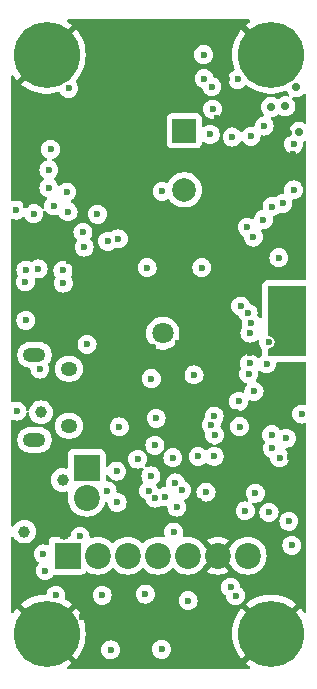
<source format=gbr>
%TF.GenerationSoftware,KiCad,Pcbnew,8.0.0*%
%TF.CreationDate,2024-03-26T22:04:53-07:00*%
%TF.ProjectId,lyrav3r1,6c797261-7633-4723-912e-6b696361645f,rev?*%
%TF.SameCoordinates,Original*%
%TF.FileFunction,Copper,L2,Inr*%
%TF.FilePolarity,Positive*%
%FSLAX46Y46*%
G04 Gerber Fmt 4.6, Leading zero omitted, Abs format (unit mm)*
G04 Created by KiCad (PCBNEW 8.0.0) date 2024-03-26 22:04:53*
%MOMM*%
%LPD*%
G01*
G04 APERTURE LIST*
%TA.AperFunction,ComponentPad*%
%ADD10C,5.600000*%
%TD*%
%TA.AperFunction,ComponentPad*%
%ADD11R,2.000000X2.000000*%
%TD*%
%TA.AperFunction,ComponentPad*%
%ADD12C,2.000000*%
%TD*%
%TA.AperFunction,ComponentPad*%
%ADD13R,2.200000X2.200000*%
%TD*%
%TA.AperFunction,ComponentPad*%
%ADD14C,2.200000*%
%TD*%
%TA.AperFunction,ComponentPad*%
%ADD15C,1.800000*%
%TD*%
%TA.AperFunction,ComponentPad*%
%ADD16O,1.400000X1.200000*%
%TD*%
%TA.AperFunction,ComponentPad*%
%ADD17O,1.900000X1.200000*%
%TD*%
%TA.AperFunction,ViaPad*%
%ADD18C,0.600000*%
%TD*%
%TA.AperFunction,ViaPad*%
%ADD19C,0.700000*%
%TD*%
%TA.AperFunction,ViaPad*%
%ADD20C,1.000000*%
%TD*%
G04 APERTURE END LIST*
D10*
%TO.N,GND*%
%TO.C,H3*%
X3000000Y3000000D03*
%TD*%
D11*
%TO.N,+BATT*%
%TO.C,BZ1*%
X14672400Y45579000D03*
D12*
%TO.N,Net-(BZ1--)*%
X14672400Y40579000D03*
%TD*%
D13*
%TO.N,+BATT*%
%TO.C,J8*%
X4791800Y9601800D03*
D14*
%TO.N,/P4-*%
X7331800Y9601800D03*
%TO.N,/P3-*%
X9871800Y9601800D03*
%TO.N,/P2-*%
X12411800Y9601800D03*
%TO.N,/P1-*%
X14951800Y9601800D03*
%TO.N,GND*%
X17491800Y9601800D03*
%TO.N,/BATT RAW*%
X20031800Y9601800D03*
%TD*%
D15*
%TO.N,/ANT IN*%
%TO.C,AE1*%
X12843600Y28439000D03*
%TD*%
D10*
%TO.N,GND*%
%TO.C,H1*%
X3000000Y52000000D03*
%TD*%
%TO.N,GND*%
%TO.C,H2*%
X22000000Y52000000D03*
%TD*%
%TO.N,GND*%
%TO.C,H4*%
X22000000Y3000000D03*
%TD*%
D13*
%TO.N,/BATT POSTSW*%
%TO.C,J2*%
X6392000Y17044000D03*
D14*
%TO.N,/BATT RAW*%
X6392000Y14504000D03*
%TD*%
D16*
%TO.N,unconnected-(J7-Shield-Pad6)*%
%TO.C,J7*%
X4879700Y25433000D03*
%TO.N,N/C*%
X4879700Y20593000D03*
D17*
X1979700Y19413000D03*
X1979700Y26613000D03*
%TD*%
D18*
%TO.N,GND*%
X10715863Y16516463D03*
X9846400Y44653800D03*
D19*
X10557600Y53620000D03*
D18*
X11980000Y31395000D03*
X10506800Y46330200D03*
X9744800Y45365000D03*
X17288600Y25095800D03*
X23579348Y17992888D03*
X13402400Y49937000D03*
X12030800Y27229400D03*
X11980000Y12243400D03*
X11776800Y635700D03*
X9440000Y31496600D03*
X17060000Y42520200D03*
X12437200Y30887000D03*
X23206800Y38151400D03*
X5900000Y29025000D03*
X16145600Y30887000D03*
X15879457Y14185415D03*
X16145600Y30125000D03*
X12872800Y49365694D03*
X21718968Y16825193D03*
X12107000Y44399800D03*
X10456000Y29058200D03*
X22024800Y21757400D03*
X8424000Y11176600D03*
X17250200Y40488200D03*
X23791000Y41783600D03*
X11167200Y46482600D03*
X12030800Y32817400D03*
X15790000Y27737400D03*
X11375774Y32862826D03*
X17421299Y46674872D03*
X12337202Y45034800D03*
X23867200Y43615000D03*
X9643200Y29566200D03*
X20842000Y20066600D03*
X20211187Y26724991D03*
X13453200Y21387400D03*
X18797600Y43383800D03*
X13350600Y4622400D03*
X24517200Y24995105D03*
X11268800Y27483400D03*
X11423000Y49365969D03*
X10483820Y35431180D03*
X3033199Y24421783D03*
X11472000Y47879600D03*
X4868000Y34544600D03*
X19065198Y21793800D03*
X16145600Y28550200D03*
X12843600Y48438400D03*
X16145600Y29363000D03*
X11472000Y47193800D03*
X9440000Y32360200D03*
X15933573Y21345428D03*
X9470400Y4347600D03*
X12843600Y47447800D03*
X10456000Y28042200D03*
X15824574Y19683236D03*
X12843600Y46584200D03*
X9372400Y30491154D03*
D19*
X13707200Y53899400D03*
D18*
X14926400Y27686600D03*
X22902000Y37440200D03*
X7900000Y20775000D03*
D19*
X23460800Y45346000D03*
D18*
X7385200Y50241800D03*
X4868000Y46685800D03*
X10913200Y49987800D03*
X16728800Y4393800D03*
X12132400Y30226600D03*
X11446600Y48616200D03*
X23918000Y38151400D03*
X6028400Y4386000D03*
X10862400Y24587800D03*
X1633379Y36853836D03*
X20260400Y46177800D03*
D20*
X4461600Y11401802D03*
D18*
X9166463Y17882200D03*
X13407020Y19491472D03*
X13859600Y50749800D03*
X23024400Y20980570D03*
X10512818Y50675889D03*
X18319600Y49937000D03*
X14164400Y27635800D03*
X9846400Y46177800D03*
X1261200Y39266200D03*
X12386400Y45720600D03*
%TO.N,+3V3*%
X10717300Y17773300D03*
X24597839Y21590600D03*
X19169603Y49937000D03*
X23918000Y40573802D03*
X22735866Y17887803D03*
X6429700Y27483362D03*
X1250800Y29515400D03*
X20565200Y23521000D03*
X23765600Y10465400D03*
X23926349Y44428670D03*
X22095400Y18688800D03*
X16501200Y14986600D03*
X21808400Y27686287D03*
X13758000Y11598200D03*
X9166187Y20510086D03*
X19343511Y20529512D03*
D19*
X21987600Y47577400D03*
X24133083Y49274182D03*
D18*
X11838400Y16350450D03*
X11878404Y24587800D03*
X15488401Y24909592D03*
X20683377Y14892191D03*
X4868000Y49175000D03*
X18726521Y45044448D03*
X17000000Y49314100D03*
%TO.N,+1V1*%
X12176816Y18944492D03*
X17239640Y19832480D03*
%TO.N,+BATT*%
X2429600Y25400600D03*
X8976095Y14106616D03*
X8119200Y15088200D03*
D20*
%TO.N,VBUS*%
X1108800Y11633800D03*
X2531200Y21743000D03*
X4360000Y16002600D03*
D18*
%TO.N,Net-(D2-A)*%
X21835200Y13259400D03*
%TO.N,/P3-*%
X2887847Y8342200D03*
%TO.N,/RUN*%
X23520599Y12506399D03*
%TO.N,/BOOTSEL*%
X6178780Y35723020D03*
%TO.N,/GPS 3v3*%
X22572140Y30836200D03*
D20*
X23816386Y27432600D03*
D18*
%TO.N,/SCL*%
X20186400Y25875350D03*
X19265615Y22657088D03*
X22061380Y19835580D03*
X20000271Y37395379D03*
D19*
X24375200Y45466600D03*
D18*
X17060000Y47397000D03*
X16350000Y49987800D03*
X21424998Y45974600D03*
X21632000Y25857800D03*
%TO.N,/BRKOUT4*%
X1211255Y32796407D03*
X11645200Y15092681D03*
X448400Y38862600D03*
%TO.N,/BRKOUT3*%
X12178863Y14466461D03*
X3344000Y43993400D03*
X1921600Y38557806D03*
%TO.N,/BRKOUT2*%
X3191600Y42266200D03*
X499200Y21844600D03*
X13010970Y14589711D03*
%TO.N,/BRKOUT1*%
X4715600Y40386600D03*
X21359377Y38045379D03*
X3191600Y40742200D03*
X12792800Y40437400D03*
X17190200Y21418783D03*
%TO.N,Net-(IC1-1PPS)*%
X23003600Y39421400D03*
X22674998Y34824000D03*
%TO.N,/P2 EN *%
X18584000Y6909400D03*
X14988600Y5799013D03*
%TO.N,/P3 EN *%
X11370400Y6350600D03*
X14437600Y15139000D03*
%TO.N,/P4 EN *%
X7712800Y6249000D03*
X13904408Y15750112D03*
%TO.N,/BATT SENSE *%
X5833200Y11227400D03*
X13700394Y17891472D03*
X3788521Y6232968D03*
X8932000Y16764600D03*
%TO.N,/P3 CONT *%
X14029202Y13706600D03*
X2724844Y9743800D03*
%TO.N,/P2 CONT *%
X19006945Y6222893D03*
X12742000Y1677000D03*
%TO.N,/QSPI_SS*%
X4413007Y32676065D03*
X1250800Y33782600D03*
%TO.N,/P4 CONT *%
X15853590Y17994763D03*
X8424000Y1626200D03*
%TO.N,Net-(D3-A)*%
X19827027Y13388876D03*
%TO.N,/SDA*%
X23305832Y19542095D03*
X20311200Y45111000D03*
X20514400Y36576600D03*
D19*
X23215578Y47645712D03*
D18*
X16856800Y45263400D03*
X20108000Y24994200D03*
X16298000Y52019800D03*
%TO.N,/ANT OFF*%
X11519198Y33996200D03*
X16145600Y33996200D03*
%TO.N,/QSPI_SD1*%
X2288124Y33873276D03*
X4389334Y33747294D03*
%TO.N,/BUZZER*%
X22091451Y39151783D03*
X17191164Y18014336D03*
%TO.N,/SX CS*%
X20317304Y29323144D03*
X4817200Y38720600D03*
%TO.N,/BUSY*%
X16936027Y20660232D03*
X8173380Y36217620D03*
%TO.N,/MISO*%
X7306400Y38507000D03*
X20062661Y30134107D03*
%TO.N,/MOSI*%
X6082187Y36978370D03*
X19438861Y30734600D03*
%TO.N,/SCK*%
X20223691Y28438603D03*
X3599401Y39216799D03*
%TO.N,/SX RST*%
X9084400Y36424200D03*
X12284800Y21235000D03*
%TD*%
%TA.AperFunction,Conductor*%
%TO.N,/GPS 3v3*%
G36*
X24943039Y32442115D02*
G01*
X24988794Y32389311D01*
X25000000Y32337800D01*
X25000000Y26642200D01*
X24980315Y26575161D01*
X24927511Y26529406D01*
X24876000Y26518200D01*
X21857600Y26518200D01*
X21790561Y26537885D01*
X21744806Y26590689D01*
X21733600Y26642200D01*
X21733600Y27061787D01*
X21753285Y27128826D01*
X21806089Y27174581D01*
X21857600Y27185787D01*
X21880362Y27185787D01*
X21880362Y27185788D01*
X22018453Y27226334D01*
X22139528Y27304144D01*
X22233777Y27412914D01*
X22293565Y27543830D01*
X22314047Y27686287D01*
X22293565Y27828744D01*
X22233777Y27959660D01*
X22139528Y28068430D01*
X22018453Y28146240D01*
X22018451Y28146241D01*
X22018449Y28146242D01*
X22018450Y28146242D01*
X21880363Y28186787D01*
X21880361Y28186787D01*
X21857600Y28186787D01*
X21790561Y28206472D01*
X21744806Y28259276D01*
X21733600Y28310787D01*
X21733600Y32337800D01*
X21753285Y32404839D01*
X21806089Y32450594D01*
X21857600Y32461800D01*
X24876000Y32461800D01*
X24943039Y32442115D01*
G37*
%TD.AperFunction*%
%TD*%
%TA.AperFunction,Conductor*%
%TO.N,GND*%
G36*
X20205586Y54980315D02*
G01*
X20251341Y54927511D01*
X20261285Y54858353D01*
X20232260Y54794797D01*
X20202475Y54769749D01*
X20145370Y54735391D01*
X20145367Y54735389D01*
X19860486Y54518830D01*
X19860485Y54518829D01*
X19847257Y54506298D01*
X19847256Y54506297D01*
X21059301Y53294252D01*
X20957670Y53220412D01*
X20779588Y53042330D01*
X20705748Y52940699D01*
X19496442Y54150005D01*
X19496441Y54150004D01*
X19369033Y54000008D01*
X19168218Y53703828D01*
X19000606Y53387678D01*
X19000597Y53387660D01*
X18868149Y53055240D01*
X18868147Y53055233D01*
X18772421Y52710458D01*
X18772415Y52710432D01*
X18714527Y52357332D01*
X18714526Y52357315D01*
X18695153Y52000003D01*
X18695153Y51999998D01*
X18714526Y51642686D01*
X18714527Y51642669D01*
X18772415Y51289569D01*
X18772421Y51289543D01*
X18868147Y50944768D01*
X18868149Y50944761D01*
X18912975Y50832257D01*
X18919502Y50762693D01*
X18887384Y50700643D01*
X18838741Y50669320D01*
X18820083Y50662791D01*
X18667340Y50566816D01*
X18539787Y50439263D01*
X18443814Y50286524D01*
X18384234Y50116255D01*
X18384233Y50116250D01*
X18364038Y49937004D01*
X18364038Y49936997D01*
X18384233Y49757751D01*
X18384234Y49757746D01*
X18443814Y49587477D01*
X18539787Y49434738D01*
X18667341Y49307184D01*
X18820081Y49211211D01*
X18856999Y49198293D01*
X18990348Y49151632D01*
X18990353Y49151631D01*
X19169599Y49131435D01*
X19169603Y49131435D01*
X19169607Y49131435D01*
X19348852Y49151631D01*
X19348855Y49151632D01*
X19348858Y49151632D01*
X19519125Y49211211D01*
X19671865Y49307184D01*
X19775628Y49410947D01*
X19836951Y49444432D01*
X19906643Y49439448D01*
X19938351Y49421982D01*
X20145373Y49264608D01*
X20451990Y49080124D01*
X20776739Y48929878D01*
X20776744Y48929877D01*
X21115855Y48815617D01*
X21465339Y48738689D01*
X21821075Y48700001D01*
X21821085Y48700000D01*
X22178915Y48700000D01*
X22178924Y48700001D01*
X22534660Y48738689D01*
X22884144Y48815617D01*
X23223241Y48929872D01*
X23226365Y48931116D01*
X23226432Y48930947D01*
X23226434Y48930947D01*
X23226443Y48930921D01*
X23227082Y48929316D01*
X23288504Y48938921D01*
X23352413Y48910684D01*
X23379759Y48877978D01*
X23415763Y48815617D01*
X23441224Y48771517D01*
X23524668Y48678843D01*
X23554898Y48615852D01*
X23546273Y48546516D01*
X23501531Y48492851D01*
X23434879Y48471893D01*
X23406738Y48474581D01*
X23304970Y48496212D01*
X23304969Y48496212D01*
X23126187Y48496212D01*
X23110375Y48492851D01*
X22951311Y48459042D01*
X22951306Y48459040D01*
X22787986Y48386325D01*
X22643345Y48281236D01*
X22638682Y48277037D01*
X22575689Y48246810D01*
X22506354Y48255437D01*
X22482830Y48268871D01*
X22415193Y48318012D01*
X22251867Y48390729D01*
X22251865Y48390730D01*
X22096835Y48423682D01*
X22076991Y48427900D01*
X21898209Y48427900D01*
X21878365Y48423682D01*
X21723333Y48390730D01*
X21723328Y48390728D01*
X21560008Y48318013D01*
X21415368Y48212925D01*
X21295740Y48080064D01*
X21206350Y47925236D01*
X21206347Y47925230D01*
X21151104Y47755208D01*
X21151103Y47755206D01*
X21132415Y47577400D01*
X21151103Y47399595D01*
X21151104Y47399593D01*
X21206347Y47229571D01*
X21206350Y47229565D01*
X21295741Y47074735D01*
X21340996Y47024474D01*
X21387100Y46973270D01*
X21417330Y46910278D01*
X21408704Y46840943D01*
X21363963Y46787278D01*
X21308835Y46767078D01*
X21245747Y46759970D01*
X21245743Y46759969D01*
X21075474Y46700389D01*
X20922735Y46604416D01*
X20795182Y46476863D01*
X20699209Y46324124D01*
X20639629Y46153855D01*
X20639628Y46153851D01*
X20622994Y46006219D01*
X20595927Y45941805D01*
X20538332Y45902250D01*
X20485891Y45896883D01*
X20311204Y45916565D01*
X20311196Y45916565D01*
X20131950Y45896370D01*
X20131945Y45896369D01*
X19961676Y45836789D01*
X19808937Y45740816D01*
X19681384Y45613263D01*
X19681382Y45613260D01*
X19602944Y45488428D01*
X19550609Y45442137D01*
X19481556Y45431490D01*
X19417708Y45459865D01*
X19392957Y45488429D01*
X19356336Y45546711D01*
X19228783Y45674264D01*
X19076044Y45770237D01*
X18905775Y45829817D01*
X18905770Y45829818D01*
X18726525Y45850013D01*
X18726517Y45850013D01*
X18547271Y45829818D01*
X18547266Y45829817D01*
X18376997Y45770237D01*
X18224258Y45674264D01*
X18096705Y45546711D01*
X18000732Y45393972D01*
X17941152Y45223703D01*
X17941151Y45223698D01*
X17920956Y45044452D01*
X17920956Y45044445D01*
X17941151Y44865199D01*
X17941152Y44865194D01*
X18000732Y44694925D01*
X18062892Y44595999D01*
X18096705Y44542186D01*
X18224259Y44414632D01*
X18271081Y44385212D01*
X18365901Y44325632D01*
X18376999Y44318659D01*
X18547266Y44259080D01*
X18547271Y44259079D01*
X18726517Y44238883D01*
X18726521Y44238883D01*
X18726525Y44238883D01*
X18905770Y44259079D01*
X18905773Y44259080D01*
X18905776Y44259080D01*
X19076043Y44318659D01*
X19228783Y44414632D01*
X19356337Y44542186D01*
X19434776Y44667021D01*
X19487110Y44713311D01*
X19556163Y44723959D01*
X19620012Y44695584D01*
X19644762Y44667021D01*
X19681384Y44608738D01*
X19808938Y44481184D01*
X19961678Y44385211D01*
X20131945Y44325632D01*
X20131950Y44325631D01*
X20311196Y44305435D01*
X20311200Y44305435D01*
X20311204Y44305435D01*
X20490449Y44325631D01*
X20490452Y44325632D01*
X20490455Y44325632D01*
X20660722Y44385211D01*
X20813462Y44481184D01*
X20941016Y44608738D01*
X21036989Y44761478D01*
X21096568Y44931745D01*
X21099791Y44960344D01*
X21113202Y45079381D01*
X21140268Y45143795D01*
X21197862Y45183350D01*
X21250305Y45188718D01*
X21296591Y45183503D01*
X21424995Y45169035D01*
X21424998Y45169035D01*
X21425002Y45169035D01*
X21604247Y45189231D01*
X21604250Y45189232D01*
X21604253Y45189232D01*
X21774520Y45248811D01*
X21927260Y45344784D01*
X22054814Y45472338D01*
X22150787Y45625078D01*
X22210366Y45795345D01*
X22210367Y45795351D01*
X22230563Y45974597D01*
X22230563Y45974604D01*
X22210367Y46153850D01*
X22210366Y46153855D01*
X22196143Y46194503D01*
X22150787Y46324122D01*
X22054814Y46476862D01*
X22013982Y46517694D01*
X21980497Y46579017D01*
X21985481Y46648709D01*
X22027353Y46704642D01*
X22075883Y46726665D01*
X22076989Y46726900D01*
X22076991Y46726900D01*
X22232569Y46759969D01*
X22251863Y46764070D01*
X22251863Y46764071D01*
X22251867Y46764071D01*
X22415193Y46836788D01*
X22559830Y46941874D01*
X22559838Y46941883D01*
X22564485Y46946067D01*
X22627474Y46976301D01*
X22696810Y46967681D01*
X22720350Y46954240D01*
X22787979Y46905104D01*
X22787980Y46905103D01*
X22787982Y46905102D01*
X22787985Y46905100D01*
X22951311Y46832383D01*
X23126187Y46795212D01*
X23126188Y46795212D01*
X23304967Y46795212D01*
X23304969Y46795212D01*
X23479845Y46832383D01*
X23643171Y46905100D01*
X23787808Y47010186D01*
X23799161Y47022794D01*
X23844448Y47073091D01*
X23907437Y47143047D01*
X23996828Y47297877D01*
X24052075Y47467909D01*
X24070763Y47645712D01*
X24052075Y47823515D01*
X23996828Y47993547D01*
X23907437Y48148377D01*
X23823992Y48241052D01*
X23793762Y48304043D01*
X23802387Y48373379D01*
X23847129Y48427044D01*
X23913781Y48448002D01*
X23941919Y48445315D01*
X24043692Y48423682D01*
X24043693Y48423682D01*
X24222472Y48423682D01*
X24222474Y48423682D01*
X24397350Y48460853D01*
X24560676Y48533570D01*
X24705313Y48638656D01*
X24736003Y48672740D01*
X24783850Y48725880D01*
X24843336Y48762529D01*
X24913193Y48761199D01*
X24971242Y48722312D01*
X24999052Y48658216D01*
X25000000Y48642908D01*
X25000000Y46307297D01*
X24980315Y46240258D01*
X24927511Y46194503D01*
X24858353Y46184559D01*
X24808829Y46204659D01*
X24808426Y46203960D01*
X24803397Y46206864D01*
X24803119Y46206976D01*
X24802799Y46207209D01*
X24802797Y46207210D01*
X24802793Y46207212D01*
X24639467Y46279929D01*
X24639465Y46279930D01*
X24510711Y46307297D01*
X24464591Y46317100D01*
X24285809Y46317100D01*
X24255154Y46310585D01*
X24110933Y46279930D01*
X24110928Y46279928D01*
X23947608Y46207213D01*
X23802968Y46102125D01*
X23683340Y45969264D01*
X23593950Y45814436D01*
X23593947Y45814430D01*
X23538704Y45644408D01*
X23538703Y45644406D01*
X23520015Y45466600D01*
X23538703Y45288795D01*
X23551555Y45249241D01*
X23553549Y45179400D01*
X23517467Y45119568D01*
X23499595Y45105931D01*
X23424086Y45058486D01*
X23296533Y44930933D01*
X23200560Y44778194D01*
X23140980Y44607925D01*
X23140979Y44607920D01*
X23120784Y44428674D01*
X23120784Y44428667D01*
X23140979Y44249421D01*
X23140980Y44249416D01*
X23200560Y44079147D01*
X23254439Y43993400D01*
X23296533Y43926408D01*
X23424087Y43798854D01*
X23576827Y43702881D01*
X23745448Y43643878D01*
X23747094Y43643302D01*
X23747099Y43643301D01*
X23926345Y43623105D01*
X23926349Y43623105D01*
X23926353Y43623105D01*
X24105598Y43643301D01*
X24105601Y43643302D01*
X24105604Y43643302D01*
X24275871Y43702881D01*
X24428611Y43798854D01*
X24556165Y43926408D01*
X24652138Y44079148D01*
X24711717Y44249415D01*
X24719519Y44318660D01*
X24731914Y44428667D01*
X24731914Y44428673D01*
X24713567Y44591505D01*
X24725621Y44660327D01*
X24772970Y44711707D01*
X24786348Y44718667D01*
X24802793Y44725988D01*
X24803109Y44726218D01*
X24803325Y44726295D01*
X24808423Y44729238D01*
X24808960Y44728307D01*
X24868912Y44749701D01*
X24936967Y44733881D01*
X24985665Y44683779D01*
X25000000Y44625904D01*
X25000000Y33091300D01*
X24980315Y33024261D01*
X24927511Y32978506D01*
X24876000Y32967300D01*
X21857600Y32967300D01*
X21857591Y32967300D01*
X21857590Y32967299D01*
X21750149Y32955748D01*
X21750137Y32955746D01*
X21698627Y32944540D01*
X21596102Y32910417D01*
X21596096Y32910414D01*
X21475062Y32832629D01*
X21475051Y32832621D01*
X21422259Y32786877D01*
X21328033Y32678136D01*
X21328030Y32678132D01*
X21268264Y32547266D01*
X21248576Y32480218D01*
X21228100Y32337799D01*
X21228100Y29808643D01*
X21208415Y29741604D01*
X21155611Y29695849D01*
X21086453Y29685905D01*
X21022897Y29714930D01*
X20999106Y29742671D01*
X20987964Y29760403D01*
X20947120Y29825406D01*
X20887180Y29885346D01*
X20853695Y29946669D01*
X20851641Y29986911D01*
X20868226Y30134105D01*
X20868226Y30134111D01*
X20848030Y30313357D01*
X20848029Y30313362D01*
X20788449Y30483631D01*
X20692476Y30636370D01*
X20564923Y30763923D01*
X20412184Y30859896D01*
X20275884Y30907589D01*
X20219108Y30948311D01*
X20199797Y30983677D01*
X20164649Y31084124D01*
X20068676Y31236863D01*
X19941123Y31364416D01*
X19788384Y31460389D01*
X19618115Y31519969D01*
X19618110Y31519970D01*
X19438865Y31540165D01*
X19438857Y31540165D01*
X19259611Y31519970D01*
X19259606Y31519969D01*
X19089337Y31460389D01*
X18936598Y31364416D01*
X18809045Y31236863D01*
X18713072Y31084124D01*
X18653492Y30913855D01*
X18653491Y30913850D01*
X18633296Y30734604D01*
X18633296Y30734597D01*
X18653491Y30555351D01*
X18653492Y30555346D01*
X18713072Y30385077D01*
X18803484Y30241189D01*
X18809045Y30232338D01*
X18936599Y30104784D01*
X19089339Y30008811D01*
X19225637Y29961119D01*
X19282412Y29920397D01*
X19301724Y29885032D01*
X19336872Y29784585D01*
X19432845Y29631845D01*
X19492784Y29571906D01*
X19526269Y29510583D01*
X19528323Y29470342D01*
X19511739Y29323149D01*
X19511739Y29323141D01*
X19531934Y29143895D01*
X19531936Y29143887D01*
X19579998Y29006534D01*
X19583559Y28936756D01*
X19567950Y28899609D01*
X19497903Y28788129D01*
X19438322Y28617858D01*
X19438321Y28617853D01*
X19418126Y28438607D01*
X19418126Y28438600D01*
X19438321Y28259354D01*
X19438322Y28259349D01*
X19497902Y28089080D01*
X19593875Y27936341D01*
X19721429Y27808787D01*
X19874169Y27712814D01*
X20017624Y27662617D01*
X20044436Y27653235D01*
X20044441Y27653234D01*
X20223687Y27633038D01*
X20223691Y27633038D01*
X20223695Y27633038D01*
X20402940Y27653234D01*
X20402943Y27653235D01*
X20402946Y27653235D01*
X20573213Y27712814D01*
X20725953Y27808787D01*
X20802972Y27885807D01*
X20864291Y27919289D01*
X20933983Y27914305D01*
X20989917Y27872434D01*
X21014334Y27806970D01*
X21013870Y27784241D01*
X21002835Y27686293D01*
X21002835Y27686284D01*
X21023030Y27507038D01*
X21023031Y27507033D01*
X21082611Y27336764D01*
X21178584Y27184025D01*
X21193351Y27169258D01*
X21226836Y27107935D01*
X21228327Y27066209D01*
X21228416Y27066202D01*
X21228357Y27065383D01*
X21228409Y27063938D01*
X21228100Y27061792D01*
X21228100Y26642196D01*
X21229162Y26632313D01*
X21216751Y26563554D01*
X21171845Y26514075D01*
X21129742Y26487619D01*
X21129740Y26487618D01*
X21004624Y26362502D01*
X20943301Y26329018D01*
X20873609Y26334002D01*
X20819995Y26372873D01*
X20816215Y26377613D01*
X20688662Y26505166D01*
X20535923Y26601139D01*
X20365654Y26660719D01*
X20365649Y26660720D01*
X20186404Y26680915D01*
X20186396Y26680915D01*
X20007150Y26660720D01*
X20007145Y26660719D01*
X19836876Y26601139D01*
X19684137Y26505166D01*
X19556584Y26377613D01*
X19460611Y26224874D01*
X19401031Y26054605D01*
X19401030Y26054600D01*
X19380835Y25875354D01*
X19380835Y25875347D01*
X19401030Y25696101D01*
X19401031Y25696096D01*
X19453774Y25545367D01*
X19457335Y25475588D01*
X19441726Y25438440D01*
X19382211Y25343724D01*
X19322631Y25173455D01*
X19322630Y25173450D01*
X19302435Y24994204D01*
X19302435Y24994197D01*
X19322630Y24814951D01*
X19322631Y24814946D01*
X19382211Y24644677D01*
X19435374Y24560070D01*
X19478184Y24491938D01*
X19605738Y24364384D01*
X19696080Y24307618D01*
X19740390Y24279776D01*
X19758478Y24268411D01*
X19844593Y24238278D01*
X19884860Y24224188D01*
X19941636Y24183466D01*
X19967383Y24118513D01*
X19953927Y24049951D01*
X19938866Y24029390D01*
X19939725Y24028705D01*
X19935384Y24023263D01*
X19839411Y23870524D01*
X19779831Y23700255D01*
X19779830Y23700250D01*
X19759635Y23521004D01*
X19759635Y23521001D01*
X19759672Y23520672D01*
X19759635Y23520461D01*
X19759635Y23514036D01*
X19758509Y23514036D01*
X19747615Y23451851D01*
X19700265Y23400473D01*
X19632654Y23382850D01*
X19595497Y23389750D01*
X19444872Y23442456D01*
X19444864Y23442458D01*
X19265619Y23462653D01*
X19265611Y23462653D01*
X19086365Y23442458D01*
X19086360Y23442457D01*
X18916091Y23382877D01*
X18763352Y23286904D01*
X18635799Y23159351D01*
X18539826Y23006612D01*
X18480246Y22836343D01*
X18480245Y22836338D01*
X18460050Y22657092D01*
X18460050Y22657085D01*
X18480245Y22477839D01*
X18480246Y22477834D01*
X18539826Y22307565D01*
X18592115Y22224348D01*
X18635799Y22154826D01*
X18763353Y22027272D01*
X18916093Y21931299D01*
X19086360Y21871720D01*
X19086365Y21871719D01*
X19265611Y21851523D01*
X19265615Y21851523D01*
X19265619Y21851523D01*
X19444864Y21871719D01*
X19444867Y21871720D01*
X19444870Y21871720D01*
X19615137Y21931299D01*
X19767877Y22027272D01*
X19895431Y22154826D01*
X19991404Y22307566D01*
X20050983Y22477833D01*
X20071180Y22657088D01*
X20071144Y22657405D01*
X20071180Y22657608D01*
X20071180Y22664052D01*
X20072308Y22664052D01*
X20083192Y22726225D01*
X20130537Y22777609D01*
X20198145Y22795239D01*
X20235318Y22788338D01*
X20385937Y22735634D01*
X20385943Y22735633D01*
X20385945Y22735632D01*
X20385946Y22735632D01*
X20385950Y22735631D01*
X20565196Y22715435D01*
X20565200Y22715435D01*
X20565204Y22715435D01*
X20744449Y22735631D01*
X20744452Y22735632D01*
X20744455Y22735632D01*
X20914722Y22795211D01*
X21067462Y22891184D01*
X21195016Y23018738D01*
X21290989Y23171478D01*
X21350568Y23341745D01*
X21350569Y23341751D01*
X21370765Y23520997D01*
X21370765Y23521004D01*
X21350569Y23700250D01*
X21350568Y23700255D01*
X21293967Y23862011D01*
X21290989Y23870522D01*
X21195016Y24023262D01*
X21067462Y24150816D01*
X21014962Y24183804D01*
X20914719Y24246791D01*
X20788339Y24291014D01*
X20731563Y24331736D01*
X20705816Y24396688D01*
X20719272Y24465250D01*
X20734341Y24485804D01*
X20733475Y24486495D01*
X20737811Y24491934D01*
X20737816Y24491938D01*
X20833789Y24644678D01*
X20893368Y24814945D01*
X20904033Y24909596D01*
X20913565Y24994197D01*
X20913565Y24994204D01*
X20896107Y25149150D01*
X20908162Y25217971D01*
X20955511Y25269351D01*
X21023121Y25286975D01*
X21089527Y25265248D01*
X21107008Y25250714D01*
X21129738Y25227984D01*
X21282478Y25132011D01*
X21405834Y25088847D01*
X21452745Y25072432D01*
X21452750Y25072431D01*
X21631996Y25052235D01*
X21632000Y25052235D01*
X21632004Y25052235D01*
X21811249Y25072431D01*
X21811252Y25072432D01*
X21811255Y25072432D01*
X21981522Y25132011D01*
X22134262Y25227984D01*
X22261816Y25355538D01*
X22357789Y25508278D01*
X22417368Y25678545D01*
X22417369Y25678551D01*
X22437565Y25857797D01*
X22437565Y25857803D01*
X22435648Y25874816D01*
X22447702Y25943638D01*
X22495051Y25995018D01*
X22558868Y26012700D01*
X24876000Y26012700D01*
X24943039Y25993015D01*
X24988794Y25940211D01*
X25000000Y25888700D01*
X25000000Y22472732D01*
X24980315Y22405693D01*
X24927511Y22359938D01*
X24858353Y22349994D01*
X24835045Y22355691D01*
X24777101Y22375967D01*
X24777088Y22375970D01*
X24597843Y22396165D01*
X24597835Y22396165D01*
X24418589Y22375970D01*
X24418584Y22375969D01*
X24248315Y22316389D01*
X24095576Y22220416D01*
X23968023Y22092863D01*
X23872050Y21940124D01*
X23812470Y21769855D01*
X23812469Y21769850D01*
X23792274Y21590604D01*
X23792274Y21590597D01*
X23812469Y21411351D01*
X23812470Y21411346D01*
X23872050Y21241077D01*
X23952235Y21113465D01*
X23968023Y21088338D01*
X24095577Y20960784D01*
X24166021Y20916521D01*
X24215425Y20885478D01*
X24248317Y20864811D01*
X24360633Y20825510D01*
X24418584Y20805232D01*
X24418589Y20805231D01*
X24597835Y20785035D01*
X24597839Y20785035D01*
X24597843Y20785035D01*
X24777088Y20805231D01*
X24777090Y20805232D01*
X24777094Y20805232D01*
X24835045Y20825511D01*
X24904822Y20829073D01*
X24965450Y20794345D01*
X24997678Y20732352D01*
X25000000Y20708469D01*
X25000000Y4859570D01*
X24980315Y4792531D01*
X24927511Y4746776D01*
X24858353Y4736832D01*
X24794797Y4765857D01*
X24773367Y4789983D01*
X24630975Y4999995D01*
X24630964Y5000009D01*
X24503556Y5150004D01*
X23294251Y3940699D01*
X23220412Y4042330D01*
X23042330Y4220412D01*
X22940698Y4294252D01*
X24152742Y5506296D01*
X24139504Y5518837D01*
X23854632Y5735389D01*
X23854629Y5735391D01*
X23548009Y5919877D01*
X23223260Y6070123D01*
X23223255Y6070124D01*
X22884144Y6184384D01*
X22534660Y6261312D01*
X22178924Y6300000D01*
X21821075Y6300000D01*
X21465339Y6261312D01*
X21115855Y6184384D01*
X20776744Y6070124D01*
X20776739Y6070123D01*
X20451990Y5919877D01*
X20145370Y5735391D01*
X20145367Y5735389D01*
X19860486Y5518830D01*
X19860485Y5518829D01*
X19847257Y5506298D01*
X19847256Y5506297D01*
X21059301Y4294252D01*
X20957670Y4220412D01*
X20779588Y4042330D01*
X20705748Y3940699D01*
X19496442Y5150005D01*
X19496441Y5150004D01*
X19369033Y5000008D01*
X19168218Y4703828D01*
X19000606Y4387678D01*
X19000597Y4387660D01*
X18868149Y4055240D01*
X18868147Y4055233D01*
X18772421Y3710458D01*
X18772415Y3710432D01*
X18714527Y3357332D01*
X18714526Y3357315D01*
X18695153Y3000003D01*
X18695153Y2999998D01*
X18714526Y2642686D01*
X18714527Y2642669D01*
X18772415Y2289569D01*
X18772421Y2289543D01*
X18868147Y1944768D01*
X18868149Y1944761D01*
X19000597Y1612341D01*
X19000606Y1612323D01*
X19168218Y1296173D01*
X19369024Y1000006D01*
X19369035Y999992D01*
X19496441Y849998D01*
X19496442Y849998D01*
X20705747Y2059303D01*
X20779588Y1957670D01*
X20957670Y1779588D01*
X21059300Y1705749D01*
X19847257Y493706D01*
X19860495Y481164D01*
X20145367Y264612D01*
X20145370Y264610D01*
X20202475Y230251D01*
X20249770Y178822D01*
X20261753Y109987D01*
X20234618Y45601D01*
X20176982Y6107D01*
X20138547Y0D01*
X4861453Y0D01*
X4794414Y19685D01*
X4748659Y72489D01*
X4738715Y141647D01*
X4767740Y205203D01*
X4797525Y230251D01*
X4854629Y264610D01*
X4854632Y264612D01*
X5139509Y481169D01*
X5152742Y493705D01*
X3940698Y1705749D01*
X4042330Y1779588D01*
X4220412Y1957670D01*
X4294251Y2059302D01*
X5503556Y849998D01*
X5630972Y1000002D01*
X5630975Y1000006D01*
X5831781Y1296173D01*
X5999393Y1612323D01*
X5999402Y1612341D01*
X6004923Y1626197D01*
X7618435Y1626197D01*
X7638630Y1446951D01*
X7638631Y1446946D01*
X7698211Y1276677D01*
X7762264Y1174738D01*
X7794184Y1123938D01*
X7921738Y996384D01*
X8074478Y900411D01*
X8157287Y871435D01*
X8244745Y840832D01*
X8244750Y840831D01*
X8423996Y820635D01*
X8424000Y820635D01*
X8424004Y820635D01*
X8603249Y840831D01*
X8603252Y840832D01*
X8603255Y840832D01*
X8773522Y900411D01*
X8926262Y996384D01*
X9053816Y1123938D01*
X9149789Y1276678D01*
X9209368Y1446945D01*
X9215092Y1497746D01*
X9229565Y1626197D01*
X9229565Y1626204D01*
X9223842Y1676997D01*
X11936435Y1676997D01*
X11956630Y1497751D01*
X11956631Y1497746D01*
X12016211Y1327477D01*
X12048131Y1276677D01*
X12112184Y1174738D01*
X12239738Y1047184D01*
X12392478Y951211D01*
X12537653Y900412D01*
X12562745Y891632D01*
X12562750Y891631D01*
X12741996Y871435D01*
X12742000Y871435D01*
X12742004Y871435D01*
X12921249Y891631D01*
X12921252Y891632D01*
X12921255Y891632D01*
X13091522Y951211D01*
X13244262Y1047184D01*
X13371816Y1174738D01*
X13467789Y1327478D01*
X13527368Y1497745D01*
X13527369Y1497751D01*
X13547565Y1676997D01*
X13547565Y1677004D01*
X13527369Y1856250D01*
X13527368Y1856255D01*
X13491881Y1957670D01*
X13467789Y2026522D01*
X13371816Y2179262D01*
X13244262Y2306816D01*
X13172370Y2351989D01*
X13091523Y2402789D01*
X12921254Y2462369D01*
X12921249Y2462370D01*
X12742004Y2482565D01*
X12741996Y2482565D01*
X12562750Y2462370D01*
X12562745Y2462369D01*
X12392476Y2402789D01*
X12239737Y2306816D01*
X12112184Y2179263D01*
X12016211Y2026524D01*
X11956631Y1856255D01*
X11956630Y1856250D01*
X11936435Y1677004D01*
X11936435Y1676997D01*
X9223842Y1676997D01*
X9209369Y1805450D01*
X9209368Y1805455D01*
X9191592Y1856255D01*
X9149789Y1975722D01*
X9053816Y2128462D01*
X8926262Y2256016D01*
X8872863Y2289569D01*
X8773523Y2351989D01*
X8603254Y2411569D01*
X8603249Y2411570D01*
X8424004Y2431765D01*
X8423996Y2431765D01*
X8244750Y2411570D01*
X8244745Y2411569D01*
X8074476Y2351989D01*
X7921737Y2256016D01*
X7794184Y2128463D01*
X7698211Y1975724D01*
X7638631Y1805455D01*
X7638630Y1805450D01*
X7618435Y1626204D01*
X7618435Y1626197D01*
X6004923Y1626197D01*
X6131850Y1944761D01*
X6131852Y1944768D01*
X6227578Y2289543D01*
X6227584Y2289569D01*
X6285472Y2642669D01*
X6285473Y2642686D01*
X6304847Y2999998D01*
X6304847Y3000003D01*
X6285473Y3357315D01*
X6285472Y3357332D01*
X6227584Y3710432D01*
X6227578Y3710458D01*
X6131852Y4055233D01*
X6131850Y4055240D01*
X5999402Y4387660D01*
X5999393Y4387678D01*
X5831781Y4703828D01*
X5630975Y4999995D01*
X5630964Y5000009D01*
X5503556Y5150004D01*
X4294251Y3940699D01*
X4220412Y4042330D01*
X4042330Y4220412D01*
X3940698Y4294252D01*
X5152742Y5506296D01*
X5139504Y5518837D01*
X4854632Y5735389D01*
X4854616Y5735400D01*
X4617128Y5878291D01*
X4569833Y5929720D01*
X4557850Y5998554D01*
X4564013Y6025491D01*
X4573889Y6053713D01*
X4573890Y6053719D01*
X4594086Y6232965D01*
X4594086Y6232972D01*
X4592280Y6248997D01*
X6907235Y6248997D01*
X6927430Y6069751D01*
X6927431Y6069746D01*
X6987011Y5899477D01*
X7019144Y5848338D01*
X7082984Y5746738D01*
X7210538Y5619184D01*
X7363278Y5523211D01*
X7437885Y5497105D01*
X7533545Y5463632D01*
X7533550Y5463631D01*
X7712796Y5443435D01*
X7712800Y5443435D01*
X7712804Y5443435D01*
X7892049Y5463631D01*
X7892052Y5463632D01*
X7892055Y5463632D01*
X8062322Y5523211D01*
X8215062Y5619184D01*
X8342616Y5746738D01*
X8438589Y5899478D01*
X8498168Y6069745D01*
X8498211Y6070124D01*
X8518365Y6248997D01*
X8518365Y6249004D01*
X8506918Y6350597D01*
X10564835Y6350597D01*
X10585030Y6171351D01*
X10585031Y6171346D01*
X10644611Y6001077D01*
X10708451Y5899477D01*
X10740584Y5848338D01*
X10868138Y5720784D01*
X11020878Y5624811D01*
X11082776Y5603152D01*
X11191145Y5565232D01*
X11191150Y5565231D01*
X11370396Y5545035D01*
X11370400Y5545035D01*
X11370404Y5545035D01*
X11549649Y5565231D01*
X11549652Y5565232D01*
X11549655Y5565232D01*
X11719922Y5624811D01*
X11872662Y5720784D01*
X11950888Y5799010D01*
X14183035Y5799010D01*
X14203230Y5619764D01*
X14203231Y5619759D01*
X14262811Y5449490D01*
X14283020Y5417328D01*
X14358784Y5296751D01*
X14486338Y5169197D01*
X14639078Y5073224D01*
X14809345Y5013645D01*
X14809350Y5013644D01*
X14988596Y4993448D01*
X14988600Y4993448D01*
X14988604Y4993448D01*
X15167849Y5013644D01*
X15167852Y5013645D01*
X15167855Y5013645D01*
X15338122Y5073224D01*
X15490862Y5169197D01*
X15618416Y5296751D01*
X15714389Y5449491D01*
X15773968Y5619758D01*
X15773969Y5619764D01*
X15794165Y5799010D01*
X15794165Y5799017D01*
X15773969Y5978263D01*
X15773968Y5978268D01*
X15747569Y6053713D01*
X15714389Y6148535D01*
X15618416Y6301275D01*
X15490862Y6428829D01*
X15338123Y6524802D01*
X15167854Y6584382D01*
X15167849Y6584383D01*
X14988604Y6604578D01*
X14988596Y6604578D01*
X14809350Y6584383D01*
X14809345Y6584382D01*
X14639076Y6524802D01*
X14486337Y6428829D01*
X14358784Y6301276D01*
X14262811Y6148537D01*
X14203231Y5978268D01*
X14203230Y5978263D01*
X14183035Y5799017D01*
X14183035Y5799010D01*
X11950888Y5799010D01*
X12000216Y5848338D01*
X12096189Y6001078D01*
X12155768Y6171345D01*
X12161576Y6222893D01*
X12175965Y6350597D01*
X12175965Y6350604D01*
X12155769Y6529850D01*
X12155768Y6529855D01*
X12137350Y6582490D01*
X12096189Y6700122D01*
X12000216Y6852862D01*
X11943681Y6909397D01*
X17778435Y6909397D01*
X17798630Y6730151D01*
X17798631Y6730146D01*
X17858211Y6559877D01*
X17940555Y6428829D01*
X17954184Y6407138D01*
X18081738Y6279584D01*
X18130417Y6248997D01*
X18153058Y6234771D01*
X18199349Y6182436D01*
X18210306Y6143661D01*
X18221575Y6043644D01*
X18281155Y5873372D01*
X18296885Y5848338D01*
X18377129Y5720631D01*
X18504683Y5593077D01*
X18548998Y5565232D01*
X18641388Y5507179D01*
X18657423Y5497104D01*
X18793493Y5449491D01*
X18827690Y5437525D01*
X18827695Y5437524D01*
X19006941Y5417328D01*
X19006945Y5417328D01*
X19006949Y5417328D01*
X19186194Y5437524D01*
X19186197Y5437525D01*
X19186200Y5437525D01*
X19356467Y5497104D01*
X19509207Y5593077D01*
X19636761Y5720631D01*
X19732734Y5873371D01*
X19792313Y6043638D01*
X19795255Y6069746D01*
X19812510Y6222890D01*
X19812510Y6222897D01*
X19792314Y6402143D01*
X19792313Y6402148D01*
X19788788Y6412223D01*
X19732734Y6572415D01*
X19726403Y6582490D01*
X19636760Y6725156D01*
X19509205Y6852711D01*
X19437884Y6897525D01*
X19391594Y6949859D01*
X19380637Y6988636D01*
X19369369Y7088650D01*
X19369368Y7088655D01*
X19309788Y7258924D01*
X19213815Y7411663D01*
X19086262Y7539216D01*
X18933523Y7635189D01*
X18763254Y7694769D01*
X18763249Y7694770D01*
X18584004Y7714965D01*
X18583996Y7714965D01*
X18404750Y7694770D01*
X18404745Y7694769D01*
X18234476Y7635189D01*
X18081737Y7539216D01*
X17954184Y7411663D01*
X17858211Y7258924D01*
X17798631Y7088655D01*
X17798630Y7088650D01*
X17778435Y6909404D01*
X17778435Y6909397D01*
X11943681Y6909397D01*
X11872662Y6980416D01*
X11812313Y7018336D01*
X11719923Y7076389D01*
X11549654Y7135969D01*
X11549649Y7135970D01*
X11370404Y7156165D01*
X11370396Y7156165D01*
X11191150Y7135970D01*
X11191145Y7135969D01*
X11020876Y7076389D01*
X10868137Y6980416D01*
X10740584Y6852863D01*
X10644611Y6700124D01*
X10585031Y6529855D01*
X10585030Y6529850D01*
X10564835Y6350604D01*
X10564835Y6350597D01*
X8506918Y6350597D01*
X8498169Y6428250D01*
X8498168Y6428255D01*
X8462618Y6529850D01*
X8438589Y6598522D01*
X8342616Y6751262D01*
X8215062Y6878816D01*
X8134727Y6929294D01*
X8062323Y6974789D01*
X7892054Y7034369D01*
X7892049Y7034370D01*
X7712804Y7054565D01*
X7712796Y7054565D01*
X7533550Y7034370D01*
X7533545Y7034369D01*
X7363276Y6974789D01*
X7210537Y6878816D01*
X7082984Y6751263D01*
X6987011Y6598524D01*
X6927431Y6428255D01*
X6927430Y6428250D01*
X6907235Y6249004D01*
X6907235Y6248997D01*
X4592280Y6248997D01*
X4573890Y6412218D01*
X4573889Y6412223D01*
X4534496Y6524802D01*
X4514310Y6582490D01*
X4504236Y6598522D01*
X4440397Y6700122D01*
X4418337Y6735230D01*
X4290783Y6862784D01*
X4216599Y6909397D01*
X4138044Y6958757D01*
X3967775Y7018337D01*
X3967770Y7018338D01*
X3788525Y7038533D01*
X3788517Y7038533D01*
X3609271Y7018338D01*
X3609266Y7018337D01*
X3438997Y6958757D01*
X3286258Y6862784D01*
X3158705Y6735231D01*
X3062732Y6582492D01*
X3003152Y6412223D01*
X3003151Y6412219D01*
X3002915Y6410116D01*
X3002383Y6408851D01*
X3001604Y6405436D01*
X3001005Y6405573D01*
X2975848Y6345702D01*
X2918253Y6306147D01*
X2879695Y6300000D01*
X2821075Y6300000D01*
X2465339Y6261312D01*
X2115855Y6184384D01*
X1776744Y6070124D01*
X1776739Y6070123D01*
X1451990Y5919877D01*
X1145370Y5735391D01*
X1145367Y5735389D01*
X860486Y5518830D01*
X860485Y5518829D01*
X847257Y5506298D01*
X847256Y5506297D01*
X2059301Y4294252D01*
X1957670Y4220412D01*
X1779588Y4042330D01*
X1705748Y3940699D01*
X496442Y5150005D01*
X496441Y5150004D01*
X369033Y5000008D01*
X226633Y4789983D01*
X172719Y4745542D01*
X103337Y4737304D01*
X40515Y4767885D01*
X4199Y4827575D01*
X0Y4859570D01*
X0Y9743797D01*
X1919279Y9743797D01*
X1939474Y9564551D01*
X1939475Y9564546D01*
X1999055Y9394277D01*
X2080856Y9264092D01*
X2095028Y9241538D01*
X2222582Y9113984D01*
X2258386Y9091487D01*
X2278213Y9079029D01*
X2324504Y9026694D01*
X2335152Y8957641D01*
X2306777Y8893792D01*
X2299923Y8886355D01*
X2258031Y8844463D01*
X2162058Y8691724D01*
X2102478Y8521455D01*
X2102477Y8521450D01*
X2082282Y8342204D01*
X2082282Y8342197D01*
X2102477Y8162951D01*
X2102478Y8162946D01*
X2162058Y7992677D01*
X2258029Y7839941D01*
X2258031Y7839938D01*
X2385585Y7712384D01*
X2538325Y7616411D01*
X2708592Y7556832D01*
X2708597Y7556831D01*
X2887843Y7536635D01*
X2887847Y7536635D01*
X2887851Y7536635D01*
X3067096Y7556831D01*
X3067099Y7556832D01*
X3067102Y7556832D01*
X3237369Y7616411D01*
X3390109Y7712384D01*
X3517663Y7839938D01*
X3582593Y7943275D01*
X3634925Y7989564D01*
X3687580Y8001301D01*
X5939672Y8001301D01*
X5999283Y8007709D01*
X6134131Y8058004D01*
X6249346Y8144254D01*
X6306728Y8220907D01*
X6362660Y8262776D01*
X6432352Y8267760D01*
X6470783Y8252321D01*
X6602940Y8171334D01*
X6834537Y8075404D01*
X6835689Y8074927D01*
X7080652Y8016117D01*
X7331800Y7996351D01*
X7582948Y8016117D01*
X7827911Y8074927D01*
X8060659Y8171334D01*
X8275459Y8302964D01*
X8467024Y8466576D01*
X8507510Y8513981D01*
X8566016Y8552173D01*
X8635884Y8552672D01*
X8694930Y8515318D01*
X8696035Y8514044D01*
X8736575Y8466577D01*
X8736576Y8466576D01*
X8928143Y8302962D01*
X8928146Y8302961D01*
X9142940Y8171334D01*
X9374537Y8075404D01*
X9375689Y8074927D01*
X9620652Y8016117D01*
X9871800Y7996351D01*
X10122948Y8016117D01*
X10367911Y8074927D01*
X10600659Y8171334D01*
X10815459Y8302964D01*
X11007024Y8466576D01*
X11047510Y8513981D01*
X11106016Y8552173D01*
X11175884Y8552672D01*
X11234930Y8515318D01*
X11236035Y8514044D01*
X11276575Y8466577D01*
X11276576Y8466576D01*
X11468143Y8302962D01*
X11468146Y8302961D01*
X11682940Y8171334D01*
X11914537Y8075404D01*
X11915689Y8074927D01*
X12160652Y8016117D01*
X12411800Y7996351D01*
X12662948Y8016117D01*
X12907911Y8074927D01*
X13140659Y8171334D01*
X13355459Y8302964D01*
X13547024Y8466576D01*
X13587510Y8513981D01*
X13646016Y8552173D01*
X13715884Y8552672D01*
X13774930Y8515318D01*
X13776035Y8514044D01*
X13816575Y8466577D01*
X13816576Y8466576D01*
X14008143Y8302962D01*
X14008146Y8302961D01*
X14222940Y8171334D01*
X14454537Y8075404D01*
X14455689Y8074927D01*
X14700652Y8016117D01*
X14951800Y7996351D01*
X15202948Y8016117D01*
X15447911Y8074927D01*
X15680659Y8171334D01*
X15895459Y8302964D01*
X16087024Y8466576D01*
X16250636Y8658141D01*
X16331679Y8790392D01*
X16349719Y8813274D01*
X16968012Y9431566D01*
X16979282Y9389508D01*
X17051690Y9264092D01*
X17154092Y9161690D01*
X17279508Y9089282D01*
X17321565Y9078013D01*
X16547619Y8304068D01*
X16547619Y8304067D01*
X16548434Y8303371D01*
X16763168Y8171781D01*
X16995843Y8075404D01*
X17240727Y8016613D01*
X17491800Y7996853D01*
X17742872Y8016613D01*
X17987756Y8075404D01*
X18220431Y8171781D01*
X18435161Y8303368D01*
X18435163Y8303370D01*
X18435980Y8304068D01*
X17662034Y9078013D01*
X17704092Y9089282D01*
X17829508Y9161690D01*
X17931910Y9264092D01*
X18004318Y9389508D01*
X18015587Y9431566D01*
X18633879Y8813274D01*
X18651925Y8790383D01*
X18732960Y8658147D01*
X18732961Y8658144D01*
X18732964Y8658141D01*
X18896576Y8466576D01*
X19042197Y8342204D01*
X19088143Y8302962D01*
X19088146Y8302961D01*
X19302940Y8171334D01*
X19534537Y8075404D01*
X19535689Y8074927D01*
X19780652Y8016117D01*
X20031800Y7996351D01*
X20282948Y8016117D01*
X20527911Y8074927D01*
X20760659Y8171334D01*
X20975459Y8302964D01*
X21167024Y8466576D01*
X21330636Y8658141D01*
X21462266Y8872941D01*
X21558673Y9105689D01*
X21617483Y9350652D01*
X21637249Y9601800D01*
X21617483Y9852948D01*
X21558673Y10097911D01*
X21497307Y10246063D01*
X21462266Y10330660D01*
X21379698Y10465397D01*
X22960035Y10465397D01*
X22980230Y10286151D01*
X22980231Y10286146D01*
X23039811Y10115877D01*
X23086288Y10041910D01*
X23135784Y9963138D01*
X23263338Y9835584D01*
X23416078Y9739611D01*
X23586345Y9680032D01*
X23586350Y9680031D01*
X23765596Y9659835D01*
X23765600Y9659835D01*
X23765604Y9659835D01*
X23944849Y9680031D01*
X23944852Y9680032D01*
X23944855Y9680032D01*
X24115122Y9739611D01*
X24267862Y9835584D01*
X24395416Y9963138D01*
X24491389Y10115878D01*
X24550968Y10286145D01*
X24550969Y10286151D01*
X24571165Y10465397D01*
X24571165Y10465404D01*
X24550969Y10644650D01*
X24550968Y10644655D01*
X24548598Y10651428D01*
X24491389Y10814922D01*
X24395416Y10967662D01*
X24267862Y11095216D01*
X24214614Y11128674D01*
X24115123Y11191189D01*
X23944854Y11250769D01*
X23944849Y11250770D01*
X23765604Y11270965D01*
X23765596Y11270965D01*
X23586350Y11250770D01*
X23586345Y11250769D01*
X23416076Y11191189D01*
X23263337Y11095216D01*
X23135784Y10967663D01*
X23039811Y10814924D01*
X22980231Y10644655D01*
X22980230Y10644650D01*
X22960035Y10465404D01*
X22960035Y10465397D01*
X21379698Y10465397D01*
X21330639Y10545454D01*
X21330638Y10545457D01*
X21259746Y10628460D01*
X21167024Y10737024D01*
X21008506Y10872411D01*
X20975456Y10900639D01*
X20975453Y10900640D01*
X20760659Y11032267D01*
X20527910Y11128674D01*
X20282951Y11187483D01*
X20031800Y11207249D01*
X19780648Y11187483D01*
X19535689Y11128674D01*
X19302940Y11032267D01*
X19088146Y10900640D01*
X19088143Y10900639D01*
X18896576Y10737024D01*
X18732966Y10545462D01*
X18651926Y10413219D01*
X18633880Y10390329D01*
X18015587Y9772036D01*
X18004318Y9814092D01*
X17931910Y9939508D01*
X17829508Y10041910D01*
X17704092Y10114318D01*
X17662034Y10125588D01*
X18435979Y10899534D01*
X18435162Y10900232D01*
X18220431Y11031820D01*
X17987756Y11128197D01*
X17742872Y11186988D01*
X17491800Y11206748D01*
X17240727Y11186988D01*
X16995843Y11128197D01*
X16763168Y11031820D01*
X16548437Y10900233D01*
X16547619Y10899534D01*
X17321565Y10125588D01*
X17279508Y10114318D01*
X17154092Y10041910D01*
X17051690Y9939508D01*
X16979282Y9814092D01*
X16968012Y9772036D01*
X16349719Y10390328D01*
X16331676Y10413214D01*
X16250636Y10545459D01*
X16087024Y10737024D01*
X15928506Y10872411D01*
X15895456Y10900639D01*
X15895453Y10900640D01*
X15680659Y11032267D01*
X15447910Y11128674D01*
X15202951Y11187483D01*
X14951800Y11207249D01*
X14700652Y11187483D01*
X14700648Y11187483D01*
X14700647Y11187482D01*
X14661605Y11178109D01*
X14591823Y11181600D01*
X14535006Y11222264D01*
X14509193Y11287191D01*
X14515618Y11339638D01*
X14543366Y11418938D01*
X14543369Y11418951D01*
X14563565Y11598197D01*
X14563565Y11598204D01*
X14543369Y11777450D01*
X14543368Y11777455D01*
X14525006Y11829930D01*
X14483789Y11947722D01*
X14387816Y12100462D01*
X14260262Y12228016D01*
X14107523Y12323989D01*
X13937254Y12383569D01*
X13937249Y12383570D01*
X13758004Y12403765D01*
X13757996Y12403765D01*
X13578750Y12383570D01*
X13578745Y12383569D01*
X13408476Y12323989D01*
X13255737Y12228016D01*
X13128184Y12100463D01*
X13032211Y11947724D01*
X12972631Y11777455D01*
X12972630Y11777450D01*
X12952435Y11598204D01*
X12952435Y11598197D01*
X12972630Y11418951D01*
X12972632Y11418943D01*
X13014359Y11299694D01*
X13017920Y11229915D01*
X12983191Y11169288D01*
X12921198Y11137061D01*
X12868370Y11138166D01*
X12662951Y11187483D01*
X12411800Y11207249D01*
X12160648Y11187483D01*
X11915689Y11128674D01*
X11682940Y11032267D01*
X11468146Y10900640D01*
X11468143Y10900639D01*
X11347837Y10797887D01*
X11276576Y10737024D01*
X11249216Y10704989D01*
X11236090Y10689621D01*
X11177583Y10651428D01*
X11107715Y10650930D01*
X11048669Y10688284D01*
X11047510Y10689621D01*
X11034387Y10704986D01*
X11007024Y10737024D01*
X10848506Y10872411D01*
X10815456Y10900639D01*
X10815453Y10900640D01*
X10600659Y11032267D01*
X10367910Y11128674D01*
X10122951Y11187483D01*
X9871800Y11207249D01*
X9620648Y11187483D01*
X9375689Y11128674D01*
X9142940Y11032267D01*
X8928146Y10900640D01*
X8928143Y10900639D01*
X8807837Y10797887D01*
X8736576Y10737024D01*
X8709216Y10704989D01*
X8696090Y10689621D01*
X8637583Y10651428D01*
X8567715Y10650930D01*
X8508669Y10688284D01*
X8507510Y10689621D01*
X8494387Y10704986D01*
X8467024Y10737024D01*
X8308506Y10872411D01*
X8275456Y10900639D01*
X8275453Y10900640D01*
X8060659Y11032267D01*
X7827910Y11128674D01*
X7582951Y11187483D01*
X7331800Y11207249D01*
X7080648Y11187483D01*
X6835687Y11128673D01*
X6835685Y11128673D01*
X6810217Y11118123D01*
X6740748Y11110654D01*
X6678269Y11141930D01*
X6642617Y11202019D01*
X6640287Y11220565D01*
X6639545Y11220481D01*
X6618569Y11406650D01*
X6618568Y11406655D01*
X6558988Y11576924D01*
X6463015Y11729663D01*
X6335462Y11857216D01*
X6182723Y11953189D01*
X6012454Y12012769D01*
X6012449Y12012770D01*
X5833204Y12032965D01*
X5833196Y12032965D01*
X5653950Y12012770D01*
X5653945Y12012769D01*
X5483676Y11953189D01*
X5330937Y11857216D01*
X5203384Y11729663D01*
X5107411Y11576924D01*
X5047831Y11406655D01*
X5047830Y11406651D01*
X5037213Y11312416D01*
X5010146Y11248002D01*
X4952551Y11208447D01*
X4913993Y11202300D01*
X3643929Y11202300D01*
X3643923Y11202299D01*
X3584316Y11195892D01*
X3449471Y11145598D01*
X3449464Y11145594D01*
X3334255Y11059348D01*
X3334252Y11059345D01*
X3248006Y10944136D01*
X3248002Y10944129D01*
X3197708Y10809283D01*
X3191301Y10749684D01*
X3191300Y10749665D01*
X3191300Y10603435D01*
X3171615Y10536396D01*
X3118811Y10490641D01*
X3049653Y10480697D01*
X3026346Y10486393D01*
X2904101Y10529168D01*
X2904093Y10529170D01*
X2724848Y10549365D01*
X2724840Y10549365D01*
X2545594Y10529170D01*
X2545589Y10529169D01*
X2375320Y10469589D01*
X2222581Y10373616D01*
X2095028Y10246063D01*
X1999055Y10093324D01*
X1939475Y9923055D01*
X1939474Y9923050D01*
X1919279Y9743804D01*
X1919279Y9743797D01*
X0Y9743797D01*
X0Y11090767D01*
X19685Y11157806D01*
X72489Y11203561D01*
X141647Y11213505D01*
X205203Y11184480D01*
X233358Y11149220D01*
X272886Y11075268D01*
X272890Y11075261D01*
X397916Y10922917D01*
X550260Y10797891D01*
X550267Y10797887D01*
X724066Y10704989D01*
X724069Y10704989D01*
X724073Y10704986D01*
X912668Y10647776D01*
X1108800Y10628459D01*
X1304932Y10647776D01*
X1493527Y10704986D01*
X1667338Y10797890D01*
X1819683Y10922917D01*
X1944710Y11075262D01*
X2015899Y11208447D01*
X2037611Y11249067D01*
X2037611Y11249068D01*
X2037614Y11249073D01*
X2094824Y11437668D01*
X2114141Y11633800D01*
X2094824Y11829932D01*
X2037614Y12018527D01*
X2037611Y12018531D01*
X2037611Y12018534D01*
X1944713Y12192333D01*
X1944709Y12192340D01*
X1819683Y12344684D01*
X1667339Y12469710D01*
X1667332Y12469714D01*
X1493533Y12562612D01*
X1493527Y12562614D01*
X1304932Y12619824D01*
X1304929Y12619825D01*
X1108800Y12639141D01*
X912670Y12619825D01*
X724066Y12562612D01*
X550267Y12469714D01*
X550260Y12469710D01*
X397916Y12344684D01*
X272890Y12192340D01*
X272885Y12192333D01*
X233358Y12118381D01*
X184396Y12068536D01*
X116258Y12053076D01*
X50578Y12076908D01*
X8210Y12132466D01*
X0Y12176834D01*
X0Y16002600D01*
X3354659Y16002600D01*
X3373975Y15806471D01*
X3391072Y15750109D01*
X3422410Y15646802D01*
X3431188Y15617867D01*
X3524086Y15444068D01*
X3524090Y15444061D01*
X3649116Y15291717D01*
X3801460Y15166691D01*
X3801467Y15166687D01*
X3975266Y15073789D01*
X3975269Y15073789D01*
X3975273Y15073786D01*
X4163868Y15016576D01*
X4360000Y14997259D01*
X4556132Y15016576D01*
X4686572Y15056146D01*
X4756439Y15056769D01*
X4815552Y15019521D01*
X4845143Y14956228D01*
X4843142Y14908538D01*
X4806317Y14755152D01*
X4786551Y14504000D01*
X4806317Y14252849D01*
X4865126Y14007890D01*
X4961533Y13775141D01*
X5093160Y13560347D01*
X5093161Y13560344D01*
X5093164Y13560341D01*
X5256776Y13368776D01*
X5336072Y13301051D01*
X5448343Y13205162D01*
X5448346Y13205161D01*
X5663140Y13073534D01*
X5819756Y13008662D01*
X5895889Y12977127D01*
X6140852Y12918317D01*
X6392000Y12898551D01*
X6643148Y12918317D01*
X6888111Y12977127D01*
X7120859Y13073534D01*
X7335659Y13205164D01*
X7527224Y13368776D01*
X7690836Y13560341D01*
X7822466Y13775141D01*
X7918873Y14007889D01*
X7932950Y14066524D01*
X7967740Y14127116D01*
X8029767Y14159280D01*
X8099336Y14152804D01*
X8154360Y14109745D01*
X8176744Y14051460D01*
X8190725Y13927367D01*
X8190726Y13927362D01*
X8250306Y13757093D01*
X8298061Y13681092D01*
X8346279Y13604354D01*
X8473833Y13476800D01*
X8564175Y13420034D01*
X8613756Y13388880D01*
X8626573Y13380827D01*
X8661013Y13368776D01*
X8796840Y13321248D01*
X8796845Y13321247D01*
X8976091Y13301051D01*
X8976095Y13301051D01*
X8976099Y13301051D01*
X9155344Y13321247D01*
X9155347Y13321248D01*
X9155350Y13321248D01*
X9325617Y13380827D01*
X9478357Y13476800D01*
X9605911Y13604354D01*
X9701884Y13757094D01*
X9761463Y13927361D01*
X9767979Y13985189D01*
X9781660Y14106613D01*
X9781660Y14106620D01*
X9761464Y14285866D01*
X9761463Y14285871D01*
X9744436Y14334531D01*
X9701884Y14456138D01*
X9689538Y14475786D01*
X9662677Y14518536D01*
X9605911Y14608878D01*
X9478357Y14736432D01*
X9448571Y14755148D01*
X9325618Y14832405D01*
X9155349Y14891985D01*
X9155345Y14891986D01*
X9029044Y14906216D01*
X8964630Y14933283D01*
X8925075Y14990878D01*
X8919708Y15043321D01*
X8921224Y15056769D01*
X8924765Y15088200D01*
X8924260Y15092678D01*
X8904569Y15267450D01*
X8904568Y15267455D01*
X8859841Y15395276D01*
X8844989Y15437722D01*
X8842173Y15442203D01*
X8774133Y15550489D01*
X8749016Y15590462D01*
X8621462Y15718016D01*
X8468723Y15813989D01*
X8298454Y15873569D01*
X8298449Y15873570D01*
X8119204Y15893765D01*
X8116500Y15893765D01*
X8114816Y15894260D01*
X8112281Y15894545D01*
X8112331Y15894990D01*
X8049461Y15913450D01*
X8003706Y15966254D01*
X7992500Y16017765D01*
X7992500Y16171201D01*
X7992499Y16324787D01*
X8012183Y16391823D01*
X8064987Y16437578D01*
X8134146Y16447522D01*
X8197701Y16418497D01*
X8221492Y16390756D01*
X8302179Y16262344D01*
X8302184Y16262338D01*
X8429738Y16134784D01*
X8582478Y16038811D01*
X8752745Y15979232D01*
X8752750Y15979231D01*
X8931996Y15959035D01*
X8932000Y15959035D01*
X8932004Y15959035D01*
X9111249Y15979231D01*
X9111252Y15979232D01*
X9111255Y15979232D01*
X9281522Y16038811D01*
X9434262Y16134784D01*
X9561816Y16262338D01*
X9657789Y16415078D01*
X9717368Y16585345D01*
X9717369Y16585351D01*
X9737565Y16764597D01*
X9737565Y16764604D01*
X9717369Y16943850D01*
X9717368Y16943855D01*
X9681097Y17047512D01*
X9657789Y17114122D01*
X9644156Y17135818D01*
X9598317Y17208771D01*
X9561816Y17266862D01*
X9434262Y17394416D01*
X9281523Y17490389D01*
X9111254Y17549969D01*
X9111249Y17549970D01*
X8932004Y17570165D01*
X8931996Y17570165D01*
X8752750Y17549970D01*
X8752745Y17549969D01*
X8582476Y17490389D01*
X8429737Y17394416D01*
X8302182Y17266861D01*
X8221492Y17138444D01*
X8169157Y17092153D01*
X8100104Y17081506D01*
X8036256Y17109881D01*
X7997884Y17168271D01*
X7992499Y17204417D01*
X7992499Y17773297D01*
X9911735Y17773297D01*
X9931930Y17594051D01*
X9931931Y17594046D01*
X9991511Y17423777D01*
X10076482Y17288548D01*
X10087484Y17271038D01*
X10215038Y17143484D01*
X10275709Y17105362D01*
X10358854Y17053118D01*
X10367778Y17047511D01*
X10451001Y17018390D01*
X10538045Y16987932D01*
X10538050Y16987931D01*
X10717296Y16967735D01*
X10717300Y16967735D01*
X10717304Y16967735D01*
X10896549Y16987931D01*
X10896551Y16987932D01*
X10896555Y16987932D01*
X10896558Y16987934D01*
X10896562Y16987934D01*
X11072667Y17049556D01*
X11142446Y17053118D01*
X11203073Y17018390D01*
X11235301Y16956396D01*
X11228896Y16886821D01*
X11210575Y16855209D01*
X11208585Y16852714D01*
X11112611Y16699974D01*
X11053031Y16529705D01*
X11053030Y16529700D01*
X11032835Y16350454D01*
X11032835Y16350447D01*
X11053030Y16171201D01*
X11053031Y16171196D01*
X11078072Y16099634D01*
X11112611Y16000928D01*
X11179176Y15894990D01*
X11180652Y15892642D01*
X11199652Y15825406D01*
X11179285Y15758570D01*
X11147735Y15727653D01*
X11148384Y15726840D01*
X11142937Y15722497D01*
X11015384Y15594944D01*
X10919411Y15442205D01*
X10859831Y15271936D01*
X10859830Y15271931D01*
X10839635Y15092685D01*
X10839635Y15092678D01*
X10859830Y14913432D01*
X10859831Y14913427D01*
X10919411Y14743158D01*
X10938401Y14712936D01*
X11015384Y14590419D01*
X11142938Y14462865D01*
X11295678Y14366892D01*
X11317641Y14359207D01*
X11319004Y14358730D01*
X11375780Y14318008D01*
X11395092Y14282642D01*
X11453073Y14116940D01*
X11484752Y14066524D01*
X11549047Y13964199D01*
X11676601Y13836645D01*
X11728011Y13804342D01*
X11803205Y13757094D01*
X11829341Y13740672D01*
X11926722Y13706597D01*
X11999608Y13681093D01*
X11999613Y13681092D01*
X12178859Y13660896D01*
X12178863Y13660896D01*
X12178867Y13660896D01*
X12358112Y13681092D01*
X12358115Y13681093D01*
X12358118Y13681093D01*
X12528385Y13740672D01*
X12651408Y13817974D01*
X12718641Y13836973D01*
X12758333Y13830020D01*
X12831707Y13804345D01*
X12831713Y13804344D01*
X12831715Y13804343D01*
X12831716Y13804343D01*
X12831720Y13804342D01*
X13010966Y13784146D01*
X13010970Y13784146D01*
X13010971Y13784146D01*
X13023702Y13785581D01*
X13089123Y13792952D01*
X13157943Y13780898D01*
X13209323Y13733549D01*
X13226226Y13683616D01*
X13243832Y13527350D01*
X13243833Y13527346D01*
X13303413Y13357077D01*
X13364788Y13259400D01*
X13399386Y13204338D01*
X13526940Y13076784D01*
X13586511Y13039353D01*
X13635358Y13008660D01*
X13679680Y12980811D01*
X13849147Y12921512D01*
X13849947Y12921232D01*
X13849952Y12921231D01*
X14029198Y12901035D01*
X14029202Y12901035D01*
X14029206Y12901035D01*
X14208451Y12921231D01*
X14208454Y12921232D01*
X14208457Y12921232D01*
X14378724Y12980811D01*
X14531464Y13076784D01*
X14659018Y13204338D01*
X14754991Y13357078D01*
X14766117Y13388873D01*
X19021462Y13388873D01*
X19041657Y13209627D01*
X19041658Y13209622D01*
X19101238Y13039353D01*
X19175283Y12921512D01*
X19197211Y12886614D01*
X19324765Y12759060D01*
X19477505Y12663087D01*
X19573251Y12629584D01*
X19647772Y12603508D01*
X19647777Y12603507D01*
X19827023Y12583311D01*
X19827027Y12583311D01*
X19827031Y12583311D01*
X20006276Y12603507D01*
X20006279Y12603508D01*
X20006282Y12603508D01*
X20176549Y12663087D01*
X20329289Y12759060D01*
X20456843Y12886614D01*
X20552816Y13039354D01*
X20612395Y13209621D01*
X20614938Y13232188D01*
X20618004Y13259397D01*
X21029635Y13259397D01*
X21049830Y13080151D01*
X21049831Y13080146D01*
X21109411Y12909877D01*
X21191831Y12778708D01*
X21205384Y12757138D01*
X21332938Y12629584D01*
X21485678Y12533611D01*
X21563454Y12506396D01*
X21655945Y12474032D01*
X21655950Y12474031D01*
X21835196Y12453835D01*
X21835200Y12453835D01*
X21835204Y12453835D01*
X22014449Y12474031D01*
X22014452Y12474032D01*
X22014455Y12474032D01*
X22106946Y12506396D01*
X22715034Y12506396D01*
X22735229Y12327150D01*
X22735230Y12327145D01*
X22794810Y12156876D01*
X22885359Y12012769D01*
X22890783Y12004137D01*
X23018337Y11876583D01*
X23171077Y11780610D01*
X23316675Y11729663D01*
X23341344Y11721031D01*
X23341349Y11721030D01*
X23520595Y11700834D01*
X23520599Y11700834D01*
X23520603Y11700834D01*
X23699848Y11721030D01*
X23699851Y11721031D01*
X23699854Y11721031D01*
X23870121Y11780610D01*
X24022861Y11876583D01*
X24150415Y12004137D01*
X24246388Y12156877D01*
X24305967Y12327144D01*
X24307943Y12344683D01*
X24326164Y12506396D01*
X24326164Y12506403D01*
X24305968Y12685649D01*
X24305967Y12685654D01*
X24246387Y12855923D01*
X24167914Y12980811D01*
X24150415Y13008661D01*
X24022861Y13136215D01*
X23870122Y13232188D01*
X23699853Y13291768D01*
X23699848Y13291769D01*
X23520603Y13311964D01*
X23520595Y13311964D01*
X23341349Y13291769D01*
X23341344Y13291768D01*
X23171075Y13232188D01*
X23018336Y13136215D01*
X22890781Y13008660D01*
X22810042Y12880165D01*
X22769481Y12844289D01*
X22770076Y12785943D01*
X22767791Y12778708D01*
X22735231Y12685657D01*
X22735229Y12685649D01*
X22715034Y12506403D01*
X22715034Y12506396D01*
X22106946Y12506396D01*
X22184722Y12533611D01*
X22337462Y12629584D01*
X22465016Y12757138D01*
X22545756Y12885635D01*
X22586316Y12921512D01*
X22585722Y12979858D01*
X22588008Y12987093D01*
X22620566Y13080138D01*
X22620569Y13080151D01*
X22640765Y13259397D01*
X22640765Y13259404D01*
X22620569Y13438650D01*
X22620568Y13438655D01*
X22560988Y13608924D01*
X22521782Y13671320D01*
X22465016Y13761662D01*
X22337462Y13889216D01*
X22239199Y13950959D01*
X22184723Y13985189D01*
X22014454Y14044769D01*
X22014449Y14044770D01*
X21835204Y14064965D01*
X21835196Y14064965D01*
X21655950Y14044770D01*
X21655945Y14044769D01*
X21485676Y13985189D01*
X21332937Y13889216D01*
X21205384Y13761663D01*
X21109411Y13608924D01*
X21049831Y13438655D01*
X21049830Y13438650D01*
X21029635Y13259404D01*
X21029635Y13259397D01*
X20618004Y13259397D01*
X20632592Y13388873D01*
X20632592Y13388880D01*
X20612396Y13568126D01*
X20612395Y13568131D01*
X20571985Y13683616D01*
X20552816Y13738398D01*
X20526111Y13780898D01*
X20502816Y13817972D01*
X20456843Y13891138D01*
X20456842Y13891139D01*
X20452502Y13896581D01*
X20453930Y13897721D01*
X20424860Y13950959D01*
X20429844Y14020651D01*
X20471716Y14076584D01*
X20537180Y14101001D01*
X20559910Y14100537D01*
X20683374Y14086626D01*
X20683377Y14086626D01*
X20683381Y14086626D01*
X20862626Y14106822D01*
X20862629Y14106823D01*
X20862632Y14106823D01*
X21032899Y14166402D01*
X21185639Y14262375D01*
X21313193Y14389929D01*
X21409166Y14542669D01*
X21468745Y14712936D01*
X21468746Y14712942D01*
X21488942Y14892188D01*
X21488942Y14892195D01*
X21468746Y15071441D01*
X21468745Y15071446D01*
X21462883Y15088199D01*
X21409166Y15241713D01*
X21392994Y15267450D01*
X21362803Y15315499D01*
X21313193Y15394453D01*
X21185639Y15522007D01*
X21107895Y15570857D01*
X21032900Y15617980D01*
X20862631Y15677560D01*
X20862626Y15677561D01*
X20683381Y15697756D01*
X20683373Y15697756D01*
X20504127Y15677561D01*
X20504122Y15677560D01*
X20333853Y15617980D01*
X20181114Y15522007D01*
X20053561Y15394454D01*
X19957588Y15241715D01*
X19898008Y15071446D01*
X19898007Y15071441D01*
X19877812Y14892195D01*
X19877812Y14892188D01*
X19898007Y14712942D01*
X19898008Y14712937D01*
X19957588Y14542668D01*
X20053561Y14389929D01*
X20057902Y14384486D01*
X20056473Y14383347D01*
X20085543Y14330109D01*
X20080559Y14260417D01*
X20038687Y14204484D01*
X19973223Y14180067D01*
X19950494Y14180531D01*
X19827031Y14194441D01*
X19827023Y14194441D01*
X19647777Y14174246D01*
X19647772Y14174245D01*
X19477503Y14114665D01*
X19324764Y14018692D01*
X19197211Y13891139D01*
X19101238Y13738400D01*
X19041658Y13568131D01*
X19041657Y13568126D01*
X19021462Y13388880D01*
X19021462Y13388873D01*
X14766117Y13388873D01*
X14814570Y13527345D01*
X14818288Y13560344D01*
X14834767Y13706597D01*
X14834767Y13706604D01*
X14814571Y13885850D01*
X14814570Y13885855D01*
X14787156Y13964199D01*
X14754991Y14056122D01*
X14659574Y14207976D01*
X14640575Y14275211D01*
X14660943Y14342047D01*
X14714210Y14387261D01*
X14723615Y14390989D01*
X14787122Y14413211D01*
X14939862Y14509184D01*
X15067416Y14636738D01*
X15163389Y14789478D01*
X15222968Y14959745D01*
X15222969Y14959751D01*
X15225994Y14986597D01*
X15695635Y14986597D01*
X15715830Y14807351D01*
X15715831Y14807346D01*
X15775411Y14637077D01*
X15859819Y14502744D01*
X15871384Y14484338D01*
X15998938Y14356784D01*
X16041391Y14330109D01*
X16128760Y14275211D01*
X16151678Y14260811D01*
X16300140Y14208862D01*
X16321945Y14201232D01*
X16321950Y14201231D01*
X16501196Y14181035D01*
X16501200Y14181035D01*
X16501204Y14181035D01*
X16680449Y14201231D01*
X16680452Y14201232D01*
X16680455Y14201232D01*
X16850722Y14260811D01*
X17003462Y14356784D01*
X17131016Y14484338D01*
X17226989Y14637078D01*
X17286568Y14807345D01*
X17289392Y14832405D01*
X17306765Y14986597D01*
X17306765Y14986604D01*
X17286569Y15165850D01*
X17286568Y15165855D01*
X17251018Y15267450D01*
X17226989Y15336122D01*
X17202509Y15375081D01*
X17160334Y15442203D01*
X17131016Y15488862D01*
X17003462Y15616416D01*
X16963920Y15641262D01*
X16850723Y15712389D01*
X16680454Y15771969D01*
X16680449Y15771970D01*
X16501204Y15792165D01*
X16501196Y15792165D01*
X16321950Y15771970D01*
X16321945Y15771969D01*
X16151676Y15712389D01*
X15998937Y15616416D01*
X15871384Y15488863D01*
X15775411Y15336124D01*
X15715831Y15165855D01*
X15715830Y15165850D01*
X15695635Y14986604D01*
X15695635Y14986597D01*
X15225994Y14986597D01*
X15243165Y15138997D01*
X15243165Y15139004D01*
X15222969Y15318250D01*
X15222968Y15318255D01*
X15195744Y15396056D01*
X15163389Y15488522D01*
X15163175Y15488862D01*
X15118332Y15560229D01*
X15067416Y15641262D01*
X14939862Y15768816D01*
X14879939Y15806468D01*
X14787124Y15864788D01*
X14787120Y15864790D01*
X14758307Y15874872D01*
X14701531Y15915594D01*
X14682221Y15950956D01*
X14630197Y16099634D01*
X14534224Y16252374D01*
X14406670Y16379928D01*
X14394895Y16387327D01*
X14253931Y16475901D01*
X14083662Y16535481D01*
X14083657Y16535482D01*
X13904412Y16555677D01*
X13904404Y16555677D01*
X13725158Y16535482D01*
X13725153Y16535481D01*
X13554884Y16475901D01*
X13402145Y16379928D01*
X13274592Y16252375D01*
X13178619Y16099636D01*
X13119039Y15929367D01*
X13119038Y15929362D01*
X13098843Y15750116D01*
X13098843Y15750109D01*
X13119038Y15570863D01*
X13119041Y15570852D01*
X13122758Y15560229D01*
X13126319Y15490451D01*
X13091590Y15429824D01*
X13029596Y15397597D01*
X13017844Y15396455D01*
X13017889Y15396056D01*
X12831720Y15375081D01*
X12831715Y15375080D01*
X12661444Y15315499D01*
X12591342Y15271451D01*
X12524106Y15252451D01*
X12457270Y15272819D01*
X12412057Y15326087D01*
X12408329Y15335491D01*
X12387409Y15395276D01*
X12370989Y15442203D01*
X12302947Y15550490D01*
X12283947Y15617726D01*
X12304314Y15684561D01*
X12335866Y15715475D01*
X12335216Y15716291D01*
X12340656Y15720631D01*
X12340662Y15720634D01*
X12468216Y15848188D01*
X12564189Y16000928D01*
X12623768Y16171195D01*
X12623769Y16171201D01*
X12643965Y16350447D01*
X12643965Y16350454D01*
X12623769Y16529700D01*
X12623768Y16529705D01*
X12564188Y16699974D01*
X12523578Y16764604D01*
X12468216Y16852712D01*
X12340662Y16980266D01*
X12328462Y16987932D01*
X12187923Y17076239D01*
X12017654Y17135819D01*
X12017649Y17135820D01*
X11838404Y17156015D01*
X11838396Y17156015D01*
X11659150Y17135820D01*
X11659142Y17135818D01*
X11483031Y17074194D01*
X11413252Y17070633D01*
X11352625Y17105362D01*
X11320398Y17167355D01*
X11326803Y17236931D01*
X11345135Y17268555D01*
X11347108Y17271031D01*
X11347116Y17271038D01*
X11443089Y17423778D01*
X11502668Y17594045D01*
X11502669Y17594051D01*
X11522865Y17773297D01*
X11522865Y17773304D01*
X11509551Y17891469D01*
X12894829Y17891469D01*
X12915024Y17712223D01*
X12915025Y17712218D01*
X12974605Y17541949D01*
X13012224Y17482079D01*
X13070578Y17389210D01*
X13198132Y17261656D01*
X13350872Y17165683D01*
X13498219Y17114124D01*
X13521139Y17106104D01*
X13521144Y17106103D01*
X13700390Y17085907D01*
X13700394Y17085907D01*
X13700398Y17085907D01*
X13879643Y17106103D01*
X13879646Y17106104D01*
X13879649Y17106104D01*
X14049916Y17165683D01*
X14202656Y17261656D01*
X14330210Y17389210D01*
X14426183Y17541950D01*
X14485762Y17712217D01*
X14492644Y17773297D01*
X14505959Y17891469D01*
X14505959Y17891476D01*
X14494322Y17994760D01*
X15048025Y17994760D01*
X15068220Y17815514D01*
X15068221Y17815509D01*
X15127801Y17645240D01*
X15174974Y17570165D01*
X15223774Y17492501D01*
X15351328Y17364947D01*
X15504068Y17268974D01*
X15674335Y17209395D01*
X15674340Y17209394D01*
X15853586Y17189198D01*
X15853590Y17189198D01*
X15853594Y17189198D01*
X16032839Y17209394D01*
X16032842Y17209395D01*
X16032845Y17209395D01*
X16203112Y17268974D01*
X16355852Y17364947D01*
X16444485Y17453581D01*
X16505804Y17487063D01*
X16575496Y17482079D01*
X16619844Y17453578D01*
X16688902Y17384520D01*
X16841642Y17288547D01*
X16989152Y17236931D01*
X17011909Y17228968D01*
X17011914Y17228967D01*
X17191160Y17208771D01*
X17191164Y17208771D01*
X17191168Y17208771D01*
X17370413Y17228967D01*
X17370416Y17228968D01*
X17370419Y17228968D01*
X17540686Y17288547D01*
X17693426Y17384520D01*
X17820980Y17512074D01*
X17916953Y17664814D01*
X17976532Y17835081D01*
X17982472Y17887800D01*
X17996729Y18014333D01*
X17996729Y18014340D01*
X17976533Y18193586D01*
X17976532Y18193591D01*
X17934924Y18312500D01*
X17916953Y18363858D01*
X17900485Y18390066D01*
X17877746Y18426256D01*
X17820980Y18516598D01*
X17693426Y18644152D01*
X17644424Y18674942D01*
X17540687Y18740125D01*
X17363846Y18802004D01*
X17364425Y18803660D01*
X17311258Y18833403D01*
X17278404Y18895066D01*
X17284103Y18964703D01*
X17326546Y19020204D01*
X17385949Y19043400D01*
X17418895Y19047112D01*
X17589162Y19106691D01*
X17741902Y19202664D01*
X17869456Y19330218D01*
X17965429Y19482958D01*
X18025008Y19653225D01*
X18025009Y19653231D01*
X18045205Y19832477D01*
X18045205Y19832484D01*
X18025009Y20011730D01*
X18025008Y20011735D01*
X17972930Y20160564D01*
X17965429Y20182002D01*
X17869456Y20334742D01*
X17763804Y20440394D01*
X17730320Y20501717D01*
X17728901Y20529509D01*
X18537946Y20529509D01*
X18558141Y20350263D01*
X18558142Y20350258D01*
X18617722Y20179989D01*
X18649178Y20129928D01*
X18713695Y20027250D01*
X18841249Y19899696D01*
X18878848Y19876071D01*
X18948222Y19832480D01*
X18993989Y19803723D01*
X19137264Y19753589D01*
X19164256Y19744144D01*
X19164261Y19744143D01*
X19343507Y19723947D01*
X19343511Y19723947D01*
X19343515Y19723947D01*
X19522760Y19744143D01*
X19522763Y19744144D01*
X19522766Y19744144D01*
X19693033Y19803723D01*
X19743728Y19835577D01*
X21255815Y19835577D01*
X21276010Y19656331D01*
X21276011Y19656326D01*
X21335591Y19486057D01*
X21431564Y19333318D01*
X21437426Y19327456D01*
X21470911Y19266133D01*
X21465927Y19196441D01*
X21454739Y19173803D01*
X21369611Y19038324D01*
X21310031Y18868055D01*
X21310030Y18868050D01*
X21289835Y18688804D01*
X21289835Y18688797D01*
X21310030Y18509551D01*
X21310031Y18509546D01*
X21369611Y18339277D01*
X21424776Y18251483D01*
X21465584Y18186538D01*
X21593138Y18058984D01*
X21664195Y18014336D01*
X21745878Y17963011D01*
X21855505Y17924651D01*
X21912281Y17883929D01*
X21937771Y17821493D01*
X21950496Y17708553D01*
X21950497Y17708549D01*
X22010077Y17538280D01*
X22042259Y17487063D01*
X22106050Y17385541D01*
X22233604Y17257987D01*
X22279789Y17228967D01*
X22380504Y17165683D01*
X22386344Y17162014D01*
X22548246Y17105362D01*
X22556611Y17102435D01*
X22556616Y17102434D01*
X22735862Y17082238D01*
X22735866Y17082238D01*
X22735870Y17082238D01*
X22915115Y17102434D01*
X22915118Y17102435D01*
X22915121Y17102435D01*
X23085388Y17162014D01*
X23238128Y17257987D01*
X23365682Y17385541D01*
X23461655Y17538281D01*
X23521234Y17708548D01*
X23521235Y17708554D01*
X23541431Y17887800D01*
X23541431Y17887807D01*
X23521235Y18067053D01*
X23521234Y18067058D01*
X23477560Y18191871D01*
X23461655Y18237325D01*
X23459348Y18240996D01*
X23397594Y18339277D01*
X23365682Y18390065D01*
X23238128Y18517619D01*
X23233204Y18522543D01*
X23234557Y18523897D01*
X23199890Y18573304D01*
X23197052Y18643116D01*
X23232407Y18703380D01*
X23294731Y18734964D01*
X23303467Y18736264D01*
X23305829Y18736531D01*
X23305832Y18736530D01*
X23397521Y18746861D01*
X23485082Y18756726D01*
X23485085Y18756727D01*
X23485087Y18756727D01*
X23655354Y18816306D01*
X23808094Y18912279D01*
X23935648Y19039833D01*
X24031621Y19192573D01*
X24091200Y19362840D01*
X24105083Y19486057D01*
X24111397Y19542092D01*
X24111397Y19542099D01*
X24091201Y19721345D01*
X24091200Y19721350D01*
X24069174Y19784297D01*
X24031621Y19891617D01*
X23935648Y20044357D01*
X23808094Y20171911D01*
X23787101Y20185102D01*
X23655355Y20267884D01*
X23485086Y20327464D01*
X23485081Y20327465D01*
X23305836Y20347660D01*
X23305828Y20347660D01*
X23126582Y20327465D01*
X23126577Y20327464D01*
X22956306Y20267883D01*
X22902746Y20234229D01*
X22835509Y20215229D01*
X22768674Y20235597D01*
X22731781Y20273251D01*
X22691196Y20337842D01*
X22563642Y20465396D01*
X22538845Y20480977D01*
X22410903Y20561369D01*
X22240634Y20620949D01*
X22240629Y20620950D01*
X22061384Y20641145D01*
X22061376Y20641145D01*
X21882130Y20620950D01*
X21882125Y20620949D01*
X21711856Y20561369D01*
X21559117Y20465396D01*
X21431564Y20337843D01*
X21335591Y20185104D01*
X21276011Y20014835D01*
X21276010Y20014830D01*
X21255815Y19835584D01*
X21255815Y19835577D01*
X19743728Y19835577D01*
X19845773Y19899696D01*
X19973327Y20027250D01*
X20069300Y20179990D01*
X20128879Y20350257D01*
X20137800Y20429435D01*
X20149076Y20529509D01*
X20149076Y20529516D01*
X20128880Y20708762D01*
X20128879Y20708767D01*
X20076097Y20859608D01*
X20069300Y20879034D01*
X19973327Y21031774D01*
X19845773Y21159328D01*
X19829126Y21169788D01*
X19693034Y21255301D01*
X19522765Y21314881D01*
X19522760Y21314882D01*
X19343515Y21335077D01*
X19343507Y21335077D01*
X19164261Y21314882D01*
X19164256Y21314881D01*
X18993987Y21255301D01*
X18841248Y21159328D01*
X18713695Y21031775D01*
X18617722Y20879036D01*
X18558142Y20708767D01*
X18558141Y20708762D01*
X18537946Y20529516D01*
X18537946Y20529509D01*
X17728901Y20529509D01*
X17728266Y20541959D01*
X17741592Y20660231D01*
X17741592Y20660234D01*
X17735098Y20717863D01*
X17730266Y20760747D01*
X17742320Y20829567D01*
X17765802Y20862308D01*
X17820016Y20916521D01*
X17915989Y21069261D01*
X17975568Y21239528D01*
X17977754Y21258930D01*
X17995765Y21418780D01*
X17995765Y21418787D01*
X17975569Y21598033D01*
X17975568Y21598038D01*
X17925357Y21741532D01*
X17915989Y21768305D01*
X17820016Y21921045D01*
X17692462Y22048599D01*
X17622018Y22092862D01*
X17539723Y22144572D01*
X17369454Y22204152D01*
X17369449Y22204153D01*
X17190204Y22224348D01*
X17190196Y22224348D01*
X17010950Y22204153D01*
X17010945Y22204152D01*
X16840676Y22144572D01*
X16687937Y22048599D01*
X16560384Y21921046D01*
X16464411Y21768307D01*
X16404831Y21598038D01*
X16404830Y21598033D01*
X16384635Y21418787D01*
X16384635Y21418779D01*
X16395959Y21318270D01*
X16383904Y21249448D01*
X16360422Y21216707D01*
X16306212Y21162496D01*
X16210238Y21009756D01*
X16150658Y20839487D01*
X16150657Y20839482D01*
X16130462Y20660236D01*
X16130462Y20660229D01*
X16150657Y20480983D01*
X16150658Y20480978D01*
X16210238Y20310709D01*
X16306211Y20157970D01*
X16411861Y20052320D01*
X16445346Y19990997D01*
X16447400Y19950756D01*
X16434075Y19832485D01*
X16434075Y19832477D01*
X16454270Y19653231D01*
X16454271Y19653226D01*
X16513851Y19482957D01*
X16589326Y19362840D01*
X16609824Y19330218D01*
X16737378Y19202664D01*
X16783310Y19173803D01*
X16862981Y19123742D01*
X16890118Y19106691D01*
X17060382Y19047113D01*
X17066958Y19044812D01*
X17066377Y19043154D01*
X17119532Y19013427D01*
X17152396Y18951768D01*
X17146707Y18882131D01*
X17104272Y18826624D01*
X17044854Y18803417D01*
X17011913Y18799706D01*
X17011909Y18799705D01*
X16841640Y18740125D01*
X16688903Y18644153D01*
X16600271Y18555521D01*
X16538947Y18522037D01*
X16469256Y18527021D01*
X16424909Y18555522D01*
X16355852Y18624579D01*
X16203113Y18720552D01*
X16032844Y18780132D01*
X16032839Y18780133D01*
X15853594Y18800328D01*
X15853586Y18800328D01*
X15674340Y18780133D01*
X15674335Y18780132D01*
X15504066Y18720552D01*
X15351327Y18624579D01*
X15223774Y18497026D01*
X15127801Y18344287D01*
X15068221Y18174018D01*
X15068220Y18174013D01*
X15048025Y17994767D01*
X15048025Y17994760D01*
X14494322Y17994760D01*
X14485763Y18070722D01*
X14485762Y18070727D01*
X14454831Y18159123D01*
X14426183Y18240994D01*
X14419592Y18251483D01*
X14379885Y18314677D01*
X14330210Y18393734D01*
X14202656Y18521288D01*
X14148173Y18555522D01*
X14049917Y18617261D01*
X13879648Y18676841D01*
X13879643Y18676842D01*
X13700398Y18697037D01*
X13700390Y18697037D01*
X13521144Y18676842D01*
X13521139Y18676841D01*
X13350870Y18617261D01*
X13198131Y18521288D01*
X13070578Y18393735D01*
X12974605Y18240996D01*
X12915025Y18070727D01*
X12915024Y18070722D01*
X12894829Y17891476D01*
X12894829Y17891469D01*
X11509551Y17891469D01*
X11502669Y17952550D01*
X11502668Y17952555D01*
X11465427Y18058984D01*
X11443089Y18122822D01*
X11347116Y18275562D01*
X11219562Y18403116D01*
X11066823Y18499089D01*
X10896554Y18558669D01*
X10896549Y18558670D01*
X10717304Y18578865D01*
X10717296Y18578865D01*
X10538050Y18558670D01*
X10538045Y18558669D01*
X10367776Y18499089D01*
X10215037Y18403116D01*
X10087484Y18275563D01*
X9991511Y18122824D01*
X9931931Y17952555D01*
X9931930Y17952550D01*
X9911735Y17773304D01*
X9911735Y17773297D01*
X7992499Y17773297D01*
X7992499Y18191871D01*
X7992498Y18191877D01*
X7992497Y18191884D01*
X7986091Y18251483D01*
X7962521Y18314677D01*
X7935797Y18386329D01*
X7935793Y18386336D01*
X7849547Y18501545D01*
X7849544Y18501548D01*
X7734335Y18587794D01*
X7734328Y18587798D01*
X7599482Y18638092D01*
X7599483Y18638092D01*
X7539883Y18644499D01*
X7539881Y18644500D01*
X7539873Y18644500D01*
X7539864Y18644500D01*
X5244129Y18644500D01*
X5244123Y18644499D01*
X5184516Y18638092D01*
X5049671Y18587798D01*
X5049664Y18587794D01*
X4934455Y18501548D01*
X4934452Y18501545D01*
X4848206Y18386336D01*
X4848202Y18386329D01*
X4797908Y18251483D01*
X4791685Y18193591D01*
X4791501Y18191877D01*
X4791500Y18191865D01*
X4791500Y17084421D01*
X4771815Y17017382D01*
X4719011Y16971627D01*
X4649853Y16961683D01*
X4631505Y16965760D01*
X4556130Y16988625D01*
X4360000Y17007941D01*
X4163870Y16988625D01*
X3975266Y16931412D01*
X3801467Y16838514D01*
X3801460Y16838510D01*
X3649116Y16713484D01*
X3524090Y16561140D01*
X3524086Y16561133D01*
X3431188Y16387334D01*
X3373975Y16198730D01*
X3354659Y16002600D01*
X0Y16002600D01*
X0Y20996424D01*
X19685Y21063463D01*
X72489Y21109218D01*
X141647Y21119162D01*
X164955Y21113465D01*
X319937Y21059234D01*
X319943Y21059233D01*
X319945Y21059232D01*
X319946Y21059232D01*
X319950Y21059231D01*
X499196Y21039035D01*
X499200Y21039035D01*
X499204Y21039035D01*
X678449Y21059231D01*
X678452Y21059232D01*
X678455Y21059232D01*
X848722Y21118811D01*
X1001462Y21214784D01*
X1129016Y21342338D01*
X1224989Y21495078D01*
X1284568Y21665345D01*
X1284687Y21666402D01*
X1285895Y21677117D01*
X1312961Y21741532D01*
X1370555Y21781087D01*
X1440392Y21783226D01*
X1500299Y21747268D01*
X1531255Y21684630D01*
X1532518Y21675389D01*
X1545175Y21546871D01*
X1545176Y21546868D01*
X1585405Y21414250D01*
X1602388Y21358267D01*
X1695286Y21184468D01*
X1695290Y21184461D01*
X1820316Y21032117D01*
X1972660Y20907091D01*
X1972667Y20907087D01*
X2117697Y20829567D01*
X2146473Y20814186D01*
X2175994Y20805231D01*
X2337756Y20756160D01*
X2396194Y20717863D01*
X2424651Y20654051D01*
X2414090Y20584984D01*
X2367865Y20532590D01*
X2301760Y20513500D01*
X1543089Y20513500D01*
X1503428Y20507219D01*
X1372002Y20486403D01*
X1371999Y20486402D01*
X1258834Y20449632D01*
X1207252Y20432872D01*
X1052911Y20354232D01*
X993009Y20310710D01*
X912772Y20252414D01*
X912770Y20252412D01*
X912769Y20252412D01*
X790288Y20129931D01*
X790288Y20129930D01*
X790286Y20129928D01*
X746559Y20069744D01*
X688468Y19989789D01*
X609828Y19835448D01*
X556297Y19670698D01*
X529200Y19499611D01*
X529200Y19326390D01*
X550633Y19191062D01*
X556298Y19155299D01*
X609827Y18990555D01*
X688468Y18836212D01*
X790286Y18696072D01*
X912772Y18573586D01*
X1052912Y18471768D01*
X1207255Y18393127D01*
X1371999Y18339598D01*
X1543089Y18312500D01*
X1543090Y18312500D01*
X2416310Y18312500D01*
X2416311Y18312500D01*
X2587401Y18339598D01*
X2752145Y18393127D01*
X2906488Y18471768D01*
X3046628Y18573586D01*
X3169114Y18696072D01*
X3270932Y18836212D01*
X3326101Y18944489D01*
X11371251Y18944489D01*
X11391446Y18765243D01*
X11391447Y18765238D01*
X11451027Y18594969D01*
X11504703Y18509545D01*
X11547000Y18442230D01*
X11674554Y18314676D01*
X11827294Y18218703D01*
X11955011Y18174013D01*
X11997561Y18159124D01*
X11997566Y18159123D01*
X12176812Y18138927D01*
X12176816Y18138927D01*
X12176820Y18138927D01*
X12356065Y18159123D01*
X12356068Y18159124D01*
X12356071Y18159124D01*
X12526338Y18218703D01*
X12679078Y18314676D01*
X12806632Y18442230D01*
X12902605Y18594970D01*
X12962184Y18765237D01*
X12963862Y18780131D01*
X12982381Y18944489D01*
X12982381Y18944496D01*
X12962185Y19123742D01*
X12962184Y19123747D01*
X12902604Y19294016D01*
X12806631Y19446755D01*
X12679078Y19574308D01*
X12526339Y19670281D01*
X12356070Y19729861D01*
X12356065Y19729862D01*
X12176820Y19750057D01*
X12176812Y19750057D01*
X11997566Y19729862D01*
X11997561Y19729861D01*
X11827292Y19670281D01*
X11674553Y19574308D01*
X11547000Y19446755D01*
X11451027Y19294016D01*
X11391447Y19123747D01*
X11391446Y19123742D01*
X11371251Y18944496D01*
X11371251Y18944489D01*
X3326101Y18944489D01*
X3349573Y18990555D01*
X3403102Y19155299D01*
X3430200Y19326389D01*
X3430200Y19499611D01*
X3403102Y19670701D01*
X3349573Y19835445D01*
X3270932Y19989788D01*
X3169114Y20129928D01*
X3046628Y20252414D01*
X2906488Y20354232D01*
X2752145Y20432873D01*
X2587401Y20486402D01*
X2587399Y20486403D01*
X2587397Y20486403D01*
X2542127Y20493573D01*
X2515092Y20506389D01*
X3679200Y20506389D01*
X3682366Y20486402D01*
X3703928Y20350258D01*
X3706298Y20335299D01*
X3759827Y20170555D01*
X3838468Y20016212D01*
X3940286Y19876072D01*
X4062772Y19753586D01*
X4202912Y19651768D01*
X4357255Y19573127D01*
X4521999Y19519598D01*
X4693089Y19492500D01*
X4693090Y19492500D01*
X5066310Y19492500D01*
X5066311Y19492500D01*
X5237401Y19519598D01*
X5402145Y19573127D01*
X5556488Y19651768D01*
X5696628Y19753586D01*
X5819114Y19876072D01*
X5920932Y20016212D01*
X5999573Y20170555D01*
X6053102Y20335299D01*
X6080200Y20506389D01*
X6080200Y20510083D01*
X8360622Y20510083D01*
X8380817Y20330837D01*
X8380818Y20330832D01*
X8440398Y20160563D01*
X8508412Y20052320D01*
X8536371Y20007824D01*
X8663925Y19880270D01*
X8816665Y19784297D01*
X8931416Y19744144D01*
X8986932Y19724718D01*
X8986937Y19724717D01*
X9166183Y19704521D01*
X9166187Y19704521D01*
X9166191Y19704521D01*
X9345436Y19724717D01*
X9345439Y19724718D01*
X9345442Y19724718D01*
X9515709Y19784297D01*
X9668449Y19880270D01*
X9796003Y20007824D01*
X9891976Y20160564D01*
X9951555Y20330831D01*
X9951996Y20334742D01*
X9971752Y20510083D01*
X9971752Y20510090D01*
X9951556Y20689336D01*
X9951555Y20689341D01*
X9934648Y20737659D01*
X9891976Y20859608D01*
X9890276Y20862313D01*
X9828402Y20960785D01*
X9796003Y21012348D01*
X9668449Y21139902D01*
X9597534Y21184461D01*
X9517107Y21234997D01*
X11479235Y21234997D01*
X11499430Y21055751D01*
X11499431Y21055746D01*
X11559011Y20885477D01*
X11637386Y20760745D01*
X11654984Y20732738D01*
X11782538Y20605184D01*
X11814686Y20584984D01*
X11898070Y20532590D01*
X11935278Y20509211D01*
X12105545Y20449632D01*
X12105550Y20449631D01*
X12284796Y20429435D01*
X12284800Y20429435D01*
X12284804Y20429435D01*
X12464049Y20449631D01*
X12464052Y20449632D01*
X12464055Y20449632D01*
X12634322Y20509211D01*
X12787062Y20605184D01*
X12914616Y20732738D01*
X13010589Y20885478D01*
X13070168Y21055745D01*
X13071691Y21069261D01*
X13090365Y21234997D01*
X13090365Y21235004D01*
X13070169Y21414250D01*
X13070168Y21414255D01*
X13028186Y21534232D01*
X13010589Y21584522D01*
X13006767Y21590604D01*
X12947687Y21684630D01*
X12914616Y21737262D01*
X12787062Y21864816D01*
X12700778Y21919032D01*
X12634323Y21960789D01*
X12464054Y22020369D01*
X12464049Y22020370D01*
X12284804Y22040565D01*
X12284796Y22040565D01*
X12105550Y22020370D01*
X12105545Y22020369D01*
X11935276Y21960789D01*
X11782537Y21864816D01*
X11654984Y21737263D01*
X11559011Y21584524D01*
X11499431Y21414255D01*
X11499430Y21414250D01*
X11479235Y21235004D01*
X11479235Y21234997D01*
X9517107Y21234997D01*
X9515710Y21235875D01*
X9345441Y21295455D01*
X9345436Y21295456D01*
X9166191Y21315651D01*
X9166183Y21315651D01*
X8986937Y21295456D01*
X8986932Y21295455D01*
X8816663Y21235875D01*
X8663924Y21139902D01*
X8536371Y21012349D01*
X8440398Y20859610D01*
X8380818Y20689341D01*
X8380817Y20689336D01*
X8360622Y20510090D01*
X8360622Y20510083D01*
X6080200Y20510083D01*
X6080200Y20679611D01*
X6053102Y20850701D01*
X5999573Y21015445D01*
X5920932Y21169788D01*
X5819114Y21309928D01*
X5696628Y21432414D01*
X5556488Y21534232D01*
X5457784Y21584524D01*
X5402147Y21612872D01*
X5402146Y21612873D01*
X5402145Y21612873D01*
X5237401Y21666402D01*
X5237399Y21666403D01*
X5237398Y21666403D01*
X5105971Y21687219D01*
X5066311Y21693500D01*
X4693089Y21693500D01*
X4653428Y21687219D01*
X4522002Y21666403D01*
X4357252Y21612872D01*
X4202911Y21534232D01*
X4149021Y21495078D01*
X4062772Y21432414D01*
X4062770Y21432412D01*
X4062769Y21432412D01*
X3940288Y21309931D01*
X3940288Y21309930D01*
X3940286Y21309928D01*
X3929771Y21295455D01*
X3838468Y21169789D01*
X3759828Y21015448D01*
X3706297Y20850698D01*
X3684157Y20710909D01*
X3679200Y20679611D01*
X3679200Y20506389D01*
X2515092Y20506389D01*
X2478992Y20523502D01*
X2442061Y20582814D01*
X2443059Y20652677D01*
X2481669Y20710909D01*
X2545633Y20739023D01*
X2549348Y20739447D01*
X2727332Y20756976D01*
X2915927Y20814186D01*
X2963253Y20839482D01*
X3089732Y20907087D01*
X3089738Y20907090D01*
X3242083Y21032117D01*
X3367110Y21184462D01*
X3436820Y21314880D01*
X3460011Y21358267D01*
X3460011Y21358268D01*
X3460014Y21358273D01*
X3517224Y21546868D01*
X3536541Y21743000D01*
X3517224Y21939132D01*
X3460014Y22127727D01*
X3460011Y22127731D01*
X3460011Y22127734D01*
X3367113Y22301533D01*
X3367109Y22301540D01*
X3242083Y22453884D01*
X3089739Y22578910D01*
X3089732Y22578914D01*
X2915933Y22671812D01*
X2915927Y22671814D01*
X2727332Y22729024D01*
X2727329Y22729025D01*
X2531200Y22748341D01*
X2335070Y22729025D01*
X2146466Y22671812D01*
X1972667Y22578914D01*
X1972660Y22578910D01*
X1820316Y22453884D01*
X1695290Y22301540D01*
X1695286Y22301533D01*
X1602388Y22127734D01*
X1545175Y21939130D01*
X1543196Y21919032D01*
X1517033Y21854246D01*
X1459998Y21813888D01*
X1390198Y21810773D01*
X1329794Y21845888D01*
X1297964Y21908087D01*
X1296573Y21917306D01*
X1284569Y22023851D01*
X1284568Y22023855D01*
X1260421Y22092863D01*
X1224989Y22194122D01*
X1218687Y22204151D01*
X1129015Y22346863D01*
X1001462Y22474416D01*
X848723Y22570389D01*
X678454Y22629969D01*
X678449Y22629970D01*
X499204Y22650165D01*
X499196Y22650165D01*
X319950Y22629970D01*
X319942Y22629968D01*
X164954Y22575735D01*
X95176Y22572174D01*
X34548Y22606903D01*
X2321Y22668896D01*
X0Y22692777D01*
X0Y26526389D01*
X529200Y26526389D01*
X535341Y26487619D01*
X555543Y26360062D01*
X556298Y26355299D01*
X609827Y26190555D01*
X688468Y26036212D01*
X790286Y25896072D01*
X912772Y25773586D01*
X1052912Y25671768D01*
X1207255Y25593127D01*
X1371999Y25539598D01*
X1519433Y25516247D01*
X1582567Y25486318D01*
X1619499Y25427007D01*
X1622175Y25407399D01*
X1623255Y25407520D01*
X1644230Y25221351D01*
X1644231Y25221346D01*
X1703811Y25051077D01*
X1799784Y24898338D01*
X1927338Y24770784D01*
X2080078Y24674811D01*
X2166196Y24644677D01*
X2250345Y24615232D01*
X2250350Y24615231D01*
X2429596Y24595035D01*
X2429600Y24595035D01*
X2429604Y24595035D01*
X2608849Y24615231D01*
X2608852Y24615232D01*
X2608855Y24615232D01*
X2779122Y24674811D01*
X2931862Y24770784D01*
X3059416Y24898338D01*
X3155389Y25051078D01*
X3214968Y25221345D01*
X3222363Y25286975D01*
X3229057Y25346389D01*
X3679200Y25346389D01*
X3684395Y25313589D01*
X3699595Y25217616D01*
X3706298Y25175299D01*
X3759827Y25010555D01*
X3838468Y24856212D01*
X3940286Y24716072D01*
X4062772Y24593586D01*
X4202912Y24491768D01*
X4357255Y24413127D01*
X4521999Y24359598D01*
X4693089Y24332500D01*
X4693090Y24332500D01*
X5066310Y24332500D01*
X5066311Y24332500D01*
X5237401Y24359598D01*
X5402145Y24413127D01*
X5556488Y24491768D01*
X5688660Y24587797D01*
X11072839Y24587797D01*
X11093034Y24408551D01*
X11093035Y24408546D01*
X11152615Y24238277D01*
X11227868Y24118513D01*
X11248588Y24085538D01*
X11376142Y23957984D01*
X11466484Y23901218D01*
X11515333Y23870524D01*
X11528882Y23862011D01*
X11699149Y23802432D01*
X11699154Y23802431D01*
X11878400Y23782235D01*
X11878404Y23782235D01*
X11878408Y23782235D01*
X12057653Y23802431D01*
X12057656Y23802432D01*
X12057659Y23802432D01*
X12227926Y23862011D01*
X12380666Y23957984D01*
X12508220Y24085538D01*
X12604193Y24238278D01*
X12663772Y24408545D01*
X12663773Y24408551D01*
X12683969Y24587797D01*
X12683969Y24587804D01*
X12663773Y24767050D01*
X12663772Y24767055D01*
X12662467Y24770785D01*
X12613897Y24909589D01*
X14682836Y24909589D01*
X14703031Y24730343D01*
X14703032Y24730338D01*
X14762612Y24560069D01*
X14805422Y24491938D01*
X14858585Y24407330D01*
X14986139Y24279776D01*
X15052183Y24238278D01*
X15099045Y24208832D01*
X15138879Y24183803D01*
X15309146Y24124224D01*
X15309151Y24124223D01*
X15488397Y24104027D01*
X15488401Y24104027D01*
X15488405Y24104027D01*
X15667650Y24124223D01*
X15667653Y24124224D01*
X15667656Y24124224D01*
X15837923Y24183803D01*
X15990663Y24279776D01*
X16118217Y24407330D01*
X16214190Y24560070D01*
X16273769Y24730337D01*
X16277906Y24767055D01*
X16293966Y24909589D01*
X16293966Y24909596D01*
X16273770Y25088842D01*
X16273769Y25088847D01*
X16228711Y25217616D01*
X16214190Y25259114D01*
X16118217Y25411854D01*
X15990663Y25539408D01*
X15926292Y25579855D01*
X15837924Y25635381D01*
X15667655Y25694961D01*
X15667650Y25694962D01*
X15488405Y25715157D01*
X15488397Y25715157D01*
X15309151Y25694962D01*
X15309146Y25694961D01*
X15138877Y25635381D01*
X14986138Y25539408D01*
X14858585Y25411855D01*
X14762612Y25259116D01*
X14703032Y25088847D01*
X14703031Y25088842D01*
X14682836Y24909596D01*
X14682836Y24909589D01*
X12613897Y24909589D01*
X12604193Y24937322D01*
X12508220Y25090062D01*
X12380666Y25217616D01*
X12374722Y25221351D01*
X12227927Y25313589D01*
X12057658Y25373169D01*
X12057653Y25373170D01*
X11878408Y25393365D01*
X11878400Y25393365D01*
X11699154Y25373170D01*
X11699149Y25373169D01*
X11528880Y25313589D01*
X11376141Y25217616D01*
X11248588Y25090063D01*
X11152615Y24937324D01*
X11093035Y24767055D01*
X11093034Y24767050D01*
X11072839Y24587804D01*
X11072839Y24587797D01*
X5688660Y24587797D01*
X5696628Y24593586D01*
X5819114Y24716072D01*
X5920932Y24856212D01*
X5999573Y25010555D01*
X6053102Y25175299D01*
X6080200Y25346389D01*
X6080200Y25519611D01*
X6053102Y25690701D01*
X5999573Y25855445D01*
X5920932Y26009788D01*
X5819114Y26149928D01*
X5696628Y26272414D01*
X5556488Y26374232D01*
X5402145Y26452873D01*
X5237401Y26506402D01*
X5237399Y26506403D01*
X5237398Y26506403D01*
X5105971Y26527219D01*
X5066311Y26533500D01*
X4693089Y26533500D01*
X4653428Y26527219D01*
X4522002Y26506403D01*
X4357252Y26452872D01*
X4202911Y26374232D01*
X4147540Y26334002D01*
X4062772Y26272414D01*
X4062770Y26272412D01*
X4062769Y26272412D01*
X3940288Y26149931D01*
X3940288Y26149930D01*
X3940286Y26149928D01*
X3896559Y26089744D01*
X3838468Y26009789D01*
X3759828Y25855448D01*
X3706297Y25690698D01*
X3680185Y25525828D01*
X3679200Y25519611D01*
X3679200Y25346389D01*
X3229057Y25346389D01*
X3235165Y25400597D01*
X3235165Y25400604D01*
X3214969Y25579850D01*
X3214966Y25579863D01*
X3155389Y25750123D01*
X3152369Y25756394D01*
X3154186Y25757270D01*
X3137869Y25814985D01*
X3158228Y25881823D01*
X3167579Y25894276D01*
X3169102Y25896061D01*
X3169114Y25896072D01*
X3270932Y26036212D01*
X3349573Y26190555D01*
X3403102Y26355299D01*
X3430200Y26526389D01*
X3430200Y26699611D01*
X3403102Y26870701D01*
X3349573Y27035445D01*
X3270932Y27189788D01*
X3169114Y27329928D01*
X3046628Y27452414D01*
X3004036Y27483359D01*
X5624135Y27483359D01*
X5644330Y27304113D01*
X5644331Y27304108D01*
X5703911Y27133839D01*
X5749185Y27061787D01*
X5799884Y26981100D01*
X5927438Y26853546D01*
X6080178Y26757573D01*
X6245824Y26699611D01*
X6250445Y26697994D01*
X6250450Y26697993D01*
X6429696Y26677797D01*
X6429700Y26677797D01*
X6429704Y26677797D01*
X6608949Y26697993D01*
X6608952Y26697994D01*
X6608955Y26697994D01*
X6779222Y26757573D01*
X6931962Y26853546D01*
X7059516Y26981100D01*
X7155489Y27133840D01*
X7215068Y27304107D01*
X7215069Y27304113D01*
X7235265Y27483359D01*
X7235265Y27483366D01*
X7215069Y27662612D01*
X7215068Y27662617D01*
X7206787Y27686284D01*
X7155489Y27832884D01*
X7059516Y27985624D01*
X6931962Y28113178D01*
X6779223Y28209151D01*
X6608954Y28268731D01*
X6608949Y28268732D01*
X6429704Y28288927D01*
X6429696Y28288927D01*
X6250450Y28268732D01*
X6250445Y28268731D01*
X6080176Y28209151D01*
X5927437Y28113178D01*
X5799884Y27985625D01*
X5703911Y27832886D01*
X5644331Y27662617D01*
X5644330Y27662612D01*
X5624135Y27483366D01*
X5624135Y27483359D01*
X3004036Y27483359D01*
X2906488Y27554232D01*
X2752145Y27632873D01*
X2587401Y27686402D01*
X2587399Y27686403D01*
X2587398Y27686403D01*
X2455971Y27707219D01*
X2416311Y27713500D01*
X1543089Y27713500D01*
X1503428Y27707219D01*
X1372002Y27686403D01*
X1207252Y27632872D01*
X1052911Y27554232D01*
X987955Y27507038D01*
X912772Y27452414D01*
X912770Y27452412D01*
X912769Y27452412D01*
X790288Y27329931D01*
X790288Y27329930D01*
X790286Y27329928D01*
X771527Y27304108D01*
X688468Y27189789D01*
X609828Y27035448D01*
X556297Y26870698D01*
X538380Y26757574D01*
X529200Y26699611D01*
X529200Y26526389D01*
X0Y26526389D01*
X0Y28438994D01*
X11438300Y28438994D01*
X11457464Y28207703D01*
X11457466Y28207692D01*
X11514442Y27982700D01*
X11607675Y27770152D01*
X11734616Y27575853D01*
X11734619Y27575849D01*
X11734621Y27575847D01*
X11891816Y27405087D01*
X11891819Y27405085D01*
X11891822Y27405082D01*
X12074965Y27262536D01*
X12074971Y27262532D01*
X12074974Y27262530D01*
X12279097Y27152064D01*
X12332182Y27133840D01*
X12498615Y27076703D01*
X12498617Y27076703D01*
X12498619Y27076702D01*
X12727551Y27038500D01*
X12727552Y27038500D01*
X12959648Y27038500D01*
X12959649Y27038500D01*
X13188581Y27076702D01*
X13408103Y27152064D01*
X13612226Y27262530D01*
X13795384Y27405087D01*
X13952579Y27575847D01*
X14079524Y27770151D01*
X14172757Y27982700D01*
X14229734Y28207695D01*
X14229855Y28209151D01*
X14248900Y28438994D01*
X14248900Y28439007D01*
X14229735Y28670298D01*
X14229733Y28670309D01*
X14172757Y28895301D01*
X14079524Y29107849D01*
X13952583Y29302148D01*
X13952580Y29302151D01*
X13952579Y29302153D01*
X13795384Y29472913D01*
X13795379Y29472917D01*
X13795377Y29472919D01*
X13612234Y29615465D01*
X13612228Y29615469D01*
X13408104Y29725936D01*
X13408095Y29725939D01*
X13188584Y29801298D01*
X13016882Y29829950D01*
X12959649Y29839500D01*
X12727551Y29839500D01*
X12681764Y29831860D01*
X12498615Y29801298D01*
X12279104Y29725939D01*
X12279095Y29725936D01*
X12074971Y29615469D01*
X12074965Y29615465D01*
X11891822Y29472919D01*
X11891819Y29472916D01*
X11734616Y29302148D01*
X11607675Y29107849D01*
X11514442Y28895301D01*
X11457466Y28670309D01*
X11457464Y28670298D01*
X11438300Y28439007D01*
X11438300Y28438994D01*
X0Y28438994D01*
X0Y29515397D01*
X445235Y29515397D01*
X465430Y29336151D01*
X465431Y29336146D01*
X525011Y29165877D01*
X561473Y29107849D01*
X620984Y29013138D01*
X748538Y28885584D01*
X838880Y28828818D01*
X851510Y28820882D01*
X901278Y28789611D01*
X1071545Y28730032D01*
X1071550Y28730031D01*
X1250796Y28709835D01*
X1250800Y28709835D01*
X1250804Y28709835D01*
X1430049Y28730031D01*
X1430052Y28730032D01*
X1430055Y28730032D01*
X1600322Y28789611D01*
X1753062Y28885584D01*
X1880616Y29013138D01*
X1976589Y29165878D01*
X2036168Y29336145D01*
X2036169Y29336151D01*
X2056365Y29515397D01*
X2056365Y29515404D01*
X2036169Y29694650D01*
X2036168Y29694655D01*
X1990416Y29825407D01*
X1976589Y29864922D01*
X1880616Y30017662D01*
X1753062Y30145216D01*
X1600323Y30241189D01*
X1430054Y30300769D01*
X1430049Y30300770D01*
X1250804Y30320965D01*
X1250796Y30320965D01*
X1071550Y30300770D01*
X1071545Y30300769D01*
X901276Y30241189D01*
X748537Y30145216D01*
X620984Y30017663D01*
X525011Y29864924D01*
X465431Y29694655D01*
X465430Y29694650D01*
X445235Y29515404D01*
X445235Y29515397D01*
X0Y29515397D01*
X0Y32796404D01*
X405690Y32796404D01*
X425885Y32617158D01*
X425886Y32617153D01*
X485466Y32446884D01*
X581439Y32294145D01*
X708993Y32166591D01*
X861733Y32070618D01*
X931373Y32046250D01*
X1032000Y32011039D01*
X1032005Y32011038D01*
X1211251Y31990842D01*
X1211255Y31990842D01*
X1211259Y31990842D01*
X1390504Y32011038D01*
X1390507Y32011039D01*
X1390510Y32011039D01*
X1560777Y32070618D01*
X1713517Y32166591D01*
X1841071Y32294145D01*
X1937044Y32446885D01*
X1996623Y32617152D01*
X2003261Y32676065D01*
X2016820Y32796404D01*
X2016820Y32796411D01*
X1999780Y32947648D01*
X2011835Y33016470D01*
X2059184Y33067849D01*
X2126794Y33085473D01*
X2136883Y33084751D01*
X2288120Y33067711D01*
X2288124Y33067711D01*
X2288128Y33067711D01*
X2467373Y33087907D01*
X2467376Y33087908D01*
X2467379Y33087908D01*
X2637646Y33147487D01*
X2790386Y33243460D01*
X2917940Y33371014D01*
X3013913Y33523754D01*
X3073492Y33694021D01*
X3079494Y33747291D01*
X3583769Y33747291D01*
X3603964Y33568045D01*
X3603965Y33568040D01*
X3663545Y33397771D01*
X3750858Y33258814D01*
X3769858Y33191577D01*
X3750858Y33126870D01*
X3687218Y33025589D01*
X3627638Y32855320D01*
X3627637Y32855315D01*
X3607442Y32676069D01*
X3607442Y32676062D01*
X3627637Y32496816D01*
X3627638Y32496811D01*
X3687218Y32326542D01*
X3707575Y32294145D01*
X3783191Y32173803D01*
X3910745Y32046249D01*
X4063485Y31950276D01*
X4233752Y31890697D01*
X4233757Y31890696D01*
X4413003Y31870500D01*
X4413007Y31870500D01*
X4413011Y31870500D01*
X4592256Y31890696D01*
X4592259Y31890697D01*
X4592262Y31890697D01*
X4762529Y31950276D01*
X4915269Y32046249D01*
X5042823Y32173803D01*
X5138796Y32326543D01*
X5198375Y32496810D01*
X5198376Y32496816D01*
X5218572Y32676062D01*
X5218572Y32676069D01*
X5198376Y32855315D01*
X5198375Y32855320D01*
X5173245Y32927138D01*
X5138796Y33025587D01*
X5051481Y33164547D01*
X5032482Y33231782D01*
X5051482Y33296489D01*
X5115123Y33397772D01*
X5174702Y33568039D01*
X5174703Y33568045D01*
X5194899Y33747291D01*
X5194899Y33747298D01*
X5174703Y33926544D01*
X5174702Y33926549D01*
X5150331Y33996197D01*
X10713633Y33996197D01*
X10733828Y33816951D01*
X10733829Y33816946D01*
X10793409Y33646677D01*
X10842821Y33568039D01*
X10889382Y33493938D01*
X11016936Y33366384D01*
X11169676Y33270411D01*
X11303694Y33223516D01*
X11339943Y33210832D01*
X11339948Y33210831D01*
X11519194Y33190635D01*
X11519198Y33190635D01*
X11519202Y33190635D01*
X11698447Y33210831D01*
X11698450Y33210832D01*
X11698453Y33210832D01*
X11868720Y33270411D01*
X12021460Y33366384D01*
X12149014Y33493938D01*
X12244987Y33646678D01*
X12304566Y33816945D01*
X12310913Y33873276D01*
X12324763Y33996197D01*
X15340035Y33996197D01*
X15360230Y33816951D01*
X15360231Y33816946D01*
X15419811Y33646677D01*
X15469223Y33568039D01*
X15515784Y33493938D01*
X15643338Y33366384D01*
X15796078Y33270411D01*
X15930096Y33223516D01*
X15966345Y33210832D01*
X15966350Y33210831D01*
X16145596Y33190635D01*
X16145600Y33190635D01*
X16145604Y33190635D01*
X16324849Y33210831D01*
X16324852Y33210832D01*
X16324855Y33210832D01*
X16495122Y33270411D01*
X16647862Y33366384D01*
X16775416Y33493938D01*
X16871389Y33646678D01*
X16930968Y33816945D01*
X16937315Y33873276D01*
X16951165Y33996197D01*
X16951165Y33996204D01*
X16930969Y34175450D01*
X16930968Y34175455D01*
X16905039Y34249556D01*
X16871389Y34345722D01*
X16775416Y34498462D01*
X16647862Y34626016D01*
X16618055Y34644745D01*
X16495123Y34721989D01*
X16324854Y34781569D01*
X16324849Y34781570D01*
X16145604Y34801765D01*
X16145596Y34801765D01*
X15966350Y34781570D01*
X15966345Y34781569D01*
X15796076Y34721989D01*
X15643337Y34626016D01*
X15515784Y34498463D01*
X15419811Y34345724D01*
X15360231Y34175455D01*
X15360230Y34175450D01*
X15340035Y33996204D01*
X15340035Y33996197D01*
X12324763Y33996197D01*
X12324763Y33996204D01*
X12304567Y34175450D01*
X12304566Y34175455D01*
X12278637Y34249556D01*
X12244987Y34345722D01*
X12149014Y34498462D01*
X12021460Y34626016D01*
X11991653Y34644745D01*
X11868721Y34721989D01*
X11698452Y34781569D01*
X11698447Y34781570D01*
X11519202Y34801765D01*
X11519194Y34801765D01*
X11339948Y34781570D01*
X11339943Y34781569D01*
X11169674Y34721989D01*
X11016935Y34626016D01*
X10889382Y34498463D01*
X10793409Y34345724D01*
X10733829Y34175455D01*
X10733828Y34175450D01*
X10713633Y33996204D01*
X10713633Y33996197D01*
X5150331Y33996197D01*
X5115122Y34096818D01*
X5065711Y34175455D01*
X5019150Y34249556D01*
X4891596Y34377110D01*
X4799863Y34434750D01*
X4738857Y34473083D01*
X4568588Y34532663D01*
X4568583Y34532664D01*
X4389338Y34552859D01*
X4389330Y34552859D01*
X4210084Y34532664D01*
X4210079Y34532663D01*
X4039810Y34473083D01*
X3887071Y34377110D01*
X3759518Y34249557D01*
X3663545Y34096818D01*
X3603965Y33926549D01*
X3603964Y33926544D01*
X3583769Y33747298D01*
X3583769Y33747291D01*
X3079494Y33747291D01*
X3093689Y33873273D01*
X3093689Y33873280D01*
X3073493Y34052526D01*
X3073492Y34052531D01*
X3057508Y34098211D01*
X3013913Y34222798D01*
X2917940Y34375538D01*
X2790386Y34503092D01*
X2743324Y34532663D01*
X2637647Y34599065D01*
X2467378Y34658645D01*
X2467373Y34658646D01*
X2288128Y34678841D01*
X2288120Y34678841D01*
X2108874Y34658646D01*
X2108869Y34658645D01*
X1938600Y34599065D01*
X1785858Y34503090D01*
X1780414Y34498748D01*
X1779256Y34500200D01*
X1726101Y34471185D01*
X1656410Y34476180D01*
X1633791Y34487360D01*
X1600319Y34508391D01*
X1430062Y34567967D01*
X1430049Y34567970D01*
X1250804Y34588165D01*
X1250796Y34588165D01*
X1071550Y34567970D01*
X1071545Y34567969D01*
X901276Y34508389D01*
X748537Y34412416D01*
X620984Y34284863D01*
X525011Y34132124D01*
X465431Y33961855D01*
X465430Y33961850D01*
X445235Y33782604D01*
X445235Y33782597D01*
X465430Y33603351D01*
X465433Y33603338D01*
X525009Y33433082D01*
X525010Y33433080D01*
X525011Y33433078D01*
X553999Y33386944D01*
X572999Y33319707D01*
X553999Y33255000D01*
X485466Y33145931D01*
X425886Y32975662D01*
X425885Y32975657D01*
X405690Y32796411D01*
X405690Y32796404D01*
X0Y32796404D01*
X0Y34823997D01*
X21869433Y34823997D01*
X21889628Y34644751D01*
X21889629Y34644746D01*
X21949209Y34474477D01*
X22030112Y34345722D01*
X22045182Y34321738D01*
X22172736Y34194184D01*
X22325476Y34098211D01*
X22456022Y34052531D01*
X22495743Y34038632D01*
X22495748Y34038631D01*
X22674994Y34018435D01*
X22674998Y34018435D01*
X22675002Y34018435D01*
X22854247Y34038631D01*
X22854250Y34038632D01*
X22854253Y34038632D01*
X23024520Y34098211D01*
X23177260Y34194184D01*
X23304814Y34321738D01*
X23400787Y34474478D01*
X23460366Y34644745D01*
X23461932Y34658645D01*
X23480563Y34823997D01*
X23480563Y34824004D01*
X23460367Y35003250D01*
X23460366Y35003255D01*
X23400786Y35173524D01*
X23304813Y35326263D01*
X23177260Y35453816D01*
X23024521Y35549789D01*
X22854252Y35609369D01*
X22854247Y35609370D01*
X22675002Y35629565D01*
X22674994Y35629565D01*
X22495748Y35609370D01*
X22495743Y35609369D01*
X22325474Y35549789D01*
X22172735Y35453816D01*
X22045182Y35326263D01*
X21949209Y35173524D01*
X21889629Y35003255D01*
X21889628Y35003250D01*
X21869433Y34824004D01*
X21869433Y34823997D01*
X0Y34823997D01*
X0Y36978367D01*
X5276622Y36978367D01*
X5296817Y36799121D01*
X5296818Y36799116D01*
X5356398Y36628847D01*
X5395169Y36567144D01*
X5452371Y36476108D01*
X5504275Y36424204D01*
X5539035Y36389444D01*
X5572519Y36328120D01*
X5567535Y36258429D01*
X5552257Y36231437D01*
X5552669Y36231178D01*
X5452991Y36072544D01*
X5393411Y35902275D01*
X5393410Y35902270D01*
X5373215Y35723024D01*
X5373215Y35723017D01*
X5393410Y35543771D01*
X5393411Y35543766D01*
X5452991Y35373497D01*
X5482671Y35326262D01*
X5548964Y35220758D01*
X5676518Y35093204D01*
X5766860Y35036438D01*
X5819678Y35003250D01*
X5829258Y34997231D01*
X5999525Y34937652D01*
X5999530Y34937651D01*
X6178776Y34917455D01*
X6178780Y34917455D01*
X6178784Y34917455D01*
X6358029Y34937651D01*
X6358032Y34937652D01*
X6358035Y34937652D01*
X6528302Y34997231D01*
X6681042Y35093204D01*
X6808596Y35220758D01*
X6904569Y35373498D01*
X6964148Y35543765D01*
X6969110Y35587805D01*
X6984345Y35723017D01*
X6984345Y35723024D01*
X6964149Y35902270D01*
X6964148Y35902275D01*
X6916528Y36038365D01*
X6904569Y36072542D01*
X6903440Y36074338D01*
X6813412Y36217617D01*
X7367815Y36217617D01*
X7388010Y36038371D01*
X7388011Y36038366D01*
X7447591Y35868097D01*
X7543564Y35715358D01*
X7671118Y35587804D01*
X7823858Y35491831D01*
X7932499Y35453816D01*
X7994125Y35432252D01*
X7994130Y35432251D01*
X8173376Y35412055D01*
X8173380Y35412055D01*
X8173384Y35412055D01*
X8352629Y35432251D01*
X8352632Y35432252D01*
X8352635Y35432252D01*
X8522902Y35491831D01*
X8675642Y35587804D01*
X8717838Y35630000D01*
X8779161Y35663486D01*
X8846475Y35659361D01*
X8905145Y35638832D01*
X9084396Y35618635D01*
X9084400Y35618635D01*
X9084404Y35618635D01*
X9263649Y35638831D01*
X9263652Y35638832D01*
X9263655Y35638832D01*
X9433922Y35698411D01*
X9586662Y35794384D01*
X9714216Y35921938D01*
X9810189Y36074678D01*
X9869768Y36244945D01*
X9869769Y36244951D01*
X9889965Y36424197D01*
X9889965Y36424204D01*
X9869769Y36603450D01*
X9869768Y36603455D01*
X9829028Y36719883D01*
X9810189Y36773722D01*
X9714216Y36926462D01*
X9586662Y37054016D01*
X9547120Y37078862D01*
X9433923Y37149989D01*
X9263654Y37209569D01*
X9263649Y37209570D01*
X9084404Y37229765D01*
X9084396Y37229765D01*
X8905150Y37209570D01*
X8905145Y37209569D01*
X8734876Y37149989D01*
X8582134Y37054014D01*
X8582133Y37054014D01*
X8539939Y37011819D01*
X8478616Y36978335D01*
X8411305Y36982459D01*
X8352632Y37002989D01*
X8173384Y37023185D01*
X8173376Y37023185D01*
X7994130Y37002990D01*
X7994125Y37002989D01*
X7823856Y36943409D01*
X7671117Y36847436D01*
X7543564Y36719883D01*
X7447591Y36567144D01*
X7388011Y36396875D01*
X7388010Y36396870D01*
X7367815Y36217624D01*
X7367815Y36217617D01*
X6813412Y36217617D01*
X6808595Y36225283D01*
X6721932Y36311946D01*
X6688447Y36373269D01*
X6693431Y36442961D01*
X6708711Y36469953D01*
X6708298Y36470212D01*
X6712004Y36476110D01*
X6807976Y36628848D01*
X6867555Y36799115D01*
X6867556Y36799121D01*
X6887752Y36978367D01*
X6887752Y36978374D01*
X6867556Y37157620D01*
X6867555Y37157625D01*
X6838796Y37239814D01*
X6807976Y37327892D01*
X6765573Y37395376D01*
X19194706Y37395376D01*
X19214901Y37216130D01*
X19214902Y37216125D01*
X19274482Y37045856D01*
X19370455Y36893117D01*
X19498009Y36765563D01*
X19570708Y36719883D01*
X19651422Y36669167D01*
X19697713Y36616832D01*
X19708670Y36578057D01*
X19729030Y36397350D01*
X19729031Y36397346D01*
X19788611Y36227077D01*
X19884370Y36074678D01*
X19884584Y36074338D01*
X20012138Y35946784D01*
X20051680Y35921938D01*
X20137367Y35868097D01*
X20164878Y35850811D01*
X20326134Y35794385D01*
X20335145Y35791232D01*
X20335150Y35791231D01*
X20514396Y35771035D01*
X20514400Y35771035D01*
X20514404Y35771035D01*
X20693649Y35791231D01*
X20693652Y35791232D01*
X20693655Y35791232D01*
X20863922Y35850811D01*
X21016662Y35946784D01*
X21144216Y36074338D01*
X21240189Y36227078D01*
X21299768Y36397345D01*
X21299769Y36397351D01*
X21319965Y36576597D01*
X21319965Y36576604D01*
X21299769Y36755850D01*
X21299768Y36755855D01*
X21240188Y36926125D01*
X21155977Y37060144D01*
X21136976Y37127381D01*
X21157343Y37194216D01*
X21210611Y37239431D01*
X21274853Y37249337D01*
X21359373Y37239814D01*
X21359377Y37239814D01*
X21359381Y37239814D01*
X21538626Y37260010D01*
X21538629Y37260011D01*
X21538632Y37260011D01*
X21708899Y37319590D01*
X21861639Y37415563D01*
X21989193Y37543117D01*
X22085166Y37695857D01*
X22144745Y37866124D01*
X22145991Y37877184D01*
X22164942Y38045376D01*
X22164942Y38045382D01*
X22144433Y38227403D01*
X22156487Y38296225D01*
X22203836Y38347605D01*
X22253770Y38364507D01*
X22270706Y38366415D01*
X22440973Y38425994D01*
X22593713Y38521967D01*
X22682902Y38611157D01*
X22744221Y38644639D01*
X22811538Y38640513D01*
X22824339Y38636034D01*
X22824345Y38636032D01*
X22824347Y38636032D01*
X22824350Y38636031D01*
X23003596Y38615835D01*
X23003600Y38615835D01*
X23003604Y38615835D01*
X23182849Y38636031D01*
X23182852Y38636032D01*
X23182855Y38636032D01*
X23353122Y38695611D01*
X23505862Y38791584D01*
X23633416Y38919138D01*
X23729389Y39071878D01*
X23788968Y39242145D01*
X23788969Y39242151D01*
X23809165Y39421397D01*
X23809165Y39421404D01*
X23788969Y39600650D01*
X23788968Y39600654D01*
X23787806Y39603975D01*
X23787689Y39606258D01*
X23787418Y39607447D01*
X23787626Y39607495D01*
X23784241Y39673753D01*
X23818967Y39734382D01*
X23880959Y39766613D01*
X23911036Y39767840D01*
X23911036Y39768237D01*
X23918004Y39768237D01*
X24097249Y39788433D01*
X24097252Y39788434D01*
X24097255Y39788434D01*
X24267522Y39848013D01*
X24420262Y39943986D01*
X24547816Y40071540D01*
X24643789Y40224280D01*
X24703368Y40394547D01*
X24708196Y40437397D01*
X24723565Y40573799D01*
X24723565Y40573806D01*
X24703369Y40753052D01*
X24703368Y40753057D01*
X24655847Y40888863D01*
X24643789Y40923324D01*
X24641010Y40927746D01*
X24585295Y41016417D01*
X24547816Y41076064D01*
X24420262Y41203618D01*
X24389785Y41222768D01*
X24267523Y41299591D01*
X24097254Y41359171D01*
X24097249Y41359172D01*
X23918004Y41379367D01*
X23917996Y41379367D01*
X23738750Y41359172D01*
X23738745Y41359171D01*
X23568476Y41299591D01*
X23415737Y41203618D01*
X23288184Y41076065D01*
X23192211Y40923326D01*
X23132631Y40753057D01*
X23132630Y40753052D01*
X23112435Y40573806D01*
X23112435Y40573799D01*
X23132630Y40394553D01*
X23132633Y40394542D01*
X23133795Y40391221D01*
X23133911Y40388941D01*
X23134182Y40387755D01*
X23133974Y40387708D01*
X23137356Y40321443D01*
X23102627Y40260816D01*
X23040633Y40228589D01*
X23010564Y40227361D01*
X23010564Y40226965D01*
X23003596Y40226965D01*
X22824350Y40206770D01*
X22824345Y40206769D01*
X22654076Y40147189D01*
X22501339Y40051217D01*
X22412151Y39962029D01*
X22350827Y39928545D01*
X22283518Y39932669D01*
X22270708Y39937151D01*
X22270704Y39937152D01*
X22091455Y39957348D01*
X22091447Y39957348D01*
X21912201Y39937153D01*
X21912196Y39937152D01*
X21741927Y39877572D01*
X21589188Y39781599D01*
X21461635Y39654046D01*
X21365662Y39501307D01*
X21306082Y39331038D01*
X21306081Y39331033D01*
X21285886Y39151787D01*
X21285886Y39151780D01*
X21306394Y38969759D01*
X21294339Y38900937D01*
X21246990Y38849558D01*
X21197058Y38832656D01*
X21180127Y38830749D01*
X21009855Y38771169D01*
X20857114Y38675195D01*
X20729561Y38547642D01*
X20633588Y38394903D01*
X20574008Y38224634D01*
X20574008Y38224631D01*
X20570392Y38192542D01*
X20543324Y38128129D01*
X20485728Y38088575D01*
X20415891Y38086438D01*
X20381200Y38101434D01*
X20349794Y38121168D01*
X20179525Y38180748D01*
X20179520Y38180749D01*
X20000275Y38200944D01*
X20000267Y38200944D01*
X19821021Y38180749D01*
X19821016Y38180748D01*
X19650747Y38121168D01*
X19498008Y38025195D01*
X19370455Y37897642D01*
X19274482Y37744903D01*
X19214902Y37574634D01*
X19214901Y37574629D01*
X19194706Y37395383D01*
X19194706Y37395376D01*
X6765573Y37395376D01*
X6712003Y37480632D01*
X6584449Y37608186D01*
X6431710Y37704159D01*
X6261441Y37763739D01*
X6261436Y37763740D01*
X6082191Y37783935D01*
X6082183Y37783935D01*
X5902937Y37763740D01*
X5902932Y37763739D01*
X5732663Y37704159D01*
X5579924Y37608186D01*
X5452371Y37480633D01*
X5356398Y37327894D01*
X5296818Y37157625D01*
X5296817Y37157620D01*
X5276622Y36978374D01*
X5276622Y36978367D01*
X0Y36978367D01*
X0Y37996648D01*
X19685Y38063687D01*
X72489Y38109442D01*
X141647Y38119386D01*
X164955Y38113689D01*
X269137Y38077234D01*
X269143Y38077233D01*
X269145Y38077232D01*
X269146Y38077232D01*
X269150Y38077231D01*
X448396Y38057035D01*
X448400Y38057035D01*
X448404Y38057035D01*
X627649Y38077231D01*
X627652Y38077232D01*
X627655Y38077232D01*
X797922Y38136811D01*
X950662Y38232784D01*
X986371Y38268494D01*
X1047691Y38301978D01*
X1117383Y38296994D01*
X1173317Y38255124D01*
X1191092Y38221767D01*
X1195809Y38208287D01*
X1278157Y38077231D01*
X1291784Y38055544D01*
X1419338Y37927990D01*
X1439956Y37915035D01*
X1517787Y37866130D01*
X1572078Y37832017D01*
X1717270Y37781212D01*
X1742345Y37772438D01*
X1742350Y37772437D01*
X1921596Y37752241D01*
X1921600Y37752241D01*
X1921604Y37752241D01*
X2100849Y37772437D01*
X2100852Y37772438D01*
X2100855Y37772438D01*
X2271122Y37832017D01*
X2423862Y37927990D01*
X2551416Y38055544D01*
X2647389Y38208284D01*
X2706968Y38378551D01*
X2706969Y38378557D01*
X2727165Y38557803D01*
X2727165Y38557809D01*
X2713507Y38679026D01*
X2725561Y38747848D01*
X2772910Y38799228D01*
X2840521Y38816852D01*
X2906927Y38795126D01*
X2941720Y38758883D01*
X2969583Y38714539D01*
X2969585Y38714537D01*
X3097139Y38586983D01*
X3187481Y38530217D01*
X3224424Y38507004D01*
X3249879Y38491010D01*
X3420140Y38431433D01*
X3420146Y38431431D01*
X3420151Y38431430D01*
X3599397Y38411234D01*
X3599401Y38411234D01*
X3599405Y38411234D01*
X3778650Y38431430D01*
X3778652Y38431431D01*
X3778656Y38431431D01*
X3778659Y38431433D01*
X3778663Y38431433D01*
X3921437Y38481392D01*
X3991216Y38484954D01*
X4051843Y38450226D01*
X4079433Y38405306D01*
X4091409Y38371081D01*
X4091411Y38371078D01*
X4187384Y38218338D01*
X4314938Y38090784D01*
X4467678Y37994811D01*
X4637945Y37935232D01*
X4637950Y37935231D01*
X4817196Y37915035D01*
X4817200Y37915035D01*
X4817204Y37915035D01*
X4996449Y37935231D01*
X4996452Y37935232D01*
X4996455Y37935232D01*
X5166722Y37994811D01*
X5319462Y38090784D01*
X5447016Y38218338D01*
X5542989Y38371078D01*
X5590549Y38506997D01*
X6500835Y38506997D01*
X6521030Y38327751D01*
X6521031Y38327746D01*
X6580611Y38157477D01*
X6651049Y38045376D01*
X6676584Y38004738D01*
X6804138Y37877184D01*
X6821740Y37866124D01*
X6952542Y37783935D01*
X6956878Y37781211D01*
X7060646Y37744901D01*
X7127145Y37721632D01*
X7127150Y37721631D01*
X7306396Y37701435D01*
X7306400Y37701435D01*
X7306404Y37701435D01*
X7485649Y37721631D01*
X7485652Y37721632D01*
X7485655Y37721632D01*
X7655922Y37781211D01*
X7808662Y37877184D01*
X7936216Y38004738D01*
X8032189Y38157478D01*
X8091768Y38327745D01*
X8094006Y38347605D01*
X8111965Y38506997D01*
X8111965Y38507004D01*
X8091769Y38686250D01*
X8091768Y38686255D01*
X8032188Y38856524D01*
X7992845Y38919138D01*
X7936216Y39009262D01*
X7808662Y39136816D01*
X7784635Y39151913D01*
X7655923Y39232789D01*
X7485654Y39292369D01*
X7485649Y39292370D01*
X7306404Y39312565D01*
X7306396Y39312565D01*
X7127150Y39292370D01*
X7127145Y39292369D01*
X6956876Y39232789D01*
X6804137Y39136816D01*
X6676584Y39009263D01*
X6580611Y38856524D01*
X6521031Y38686255D01*
X6521030Y38686250D01*
X6500835Y38507004D01*
X6500835Y38506997D01*
X5590549Y38506997D01*
X5602568Y38541345D01*
X5602569Y38541351D01*
X5622765Y38720597D01*
X5622765Y38720604D01*
X5602569Y38899850D01*
X5602568Y38899855D01*
X5582308Y38957754D01*
X5542989Y39070122D01*
X5541886Y39071877D01*
X5450828Y39216795D01*
X5447016Y39222862D01*
X5319462Y39350416D01*
X5296470Y39364863D01*
X5166719Y39446391D01*
X5125315Y39460879D01*
X5068539Y39501600D01*
X5042792Y39566553D01*
X5056248Y39635115D01*
X5100297Y39682913D01*
X5217862Y39756784D01*
X5345416Y39884338D01*
X5441389Y40037078D01*
X5500968Y40207345D01*
X5503179Y40226965D01*
X5521165Y40386597D01*
X5521165Y40386604D01*
X5515442Y40437397D01*
X11987235Y40437397D01*
X12007430Y40258151D01*
X12007431Y40258146D01*
X12067011Y40087877D01*
X12149353Y39956832D01*
X12162984Y39935138D01*
X12290538Y39807584D01*
X12353790Y39767840D01*
X12431419Y39719062D01*
X12443278Y39711611D01*
X12607306Y39654215D01*
X12613545Y39652032D01*
X12613550Y39652031D01*
X12792796Y39631835D01*
X12792800Y39631835D01*
X12792804Y39631835D01*
X12972049Y39652031D01*
X12972052Y39652032D01*
X12972055Y39652032D01*
X13142322Y39711611D01*
X13254990Y39782405D01*
X13322227Y39801405D01*
X13389062Y39781037D01*
X13424771Y39745233D01*
X13484236Y39654215D01*
X13652656Y39471262D01*
X13848891Y39318526D01*
X13848893Y39318525D01*
X14036858Y39216803D01*
X14067590Y39200172D01*
X14302786Y39119429D01*
X14548065Y39078500D01*
X14796735Y39078500D01*
X15042014Y39119429D01*
X15277210Y39200172D01*
X15495909Y39318526D01*
X15692144Y39471262D01*
X15860564Y39654215D01*
X15996573Y39862393D01*
X16096463Y40090119D01*
X16157508Y40331179D01*
X16162100Y40386597D01*
X16178043Y40578995D01*
X16178043Y40579006D01*
X16157509Y40826813D01*
X16157507Y40826825D01*
X16096463Y41067882D01*
X15996573Y41295607D01*
X15860566Y41503783D01*
X15763528Y41609194D01*
X15692144Y41686738D01*
X15495909Y41839474D01*
X15495907Y41839475D01*
X15495906Y41839476D01*
X15277211Y41957828D01*
X15277202Y41957831D01*
X15042016Y42038571D01*
X14796735Y42079500D01*
X14548065Y42079500D01*
X14302783Y42038571D01*
X14067597Y41957831D01*
X14067588Y41957828D01*
X13848893Y41839476D01*
X13652657Y41686739D01*
X13484233Y41503783D01*
X13348224Y41295604D01*
X13315968Y41222068D01*
X13271012Y41168582D01*
X13204276Y41147893D01*
X13149745Y41162558D01*
X13148595Y41160169D01*
X13142329Y41163187D01*
X12972054Y41222769D01*
X12972049Y41222770D01*
X12792804Y41242965D01*
X12792796Y41242965D01*
X12613550Y41222770D01*
X12613545Y41222769D01*
X12443276Y41163189D01*
X12290537Y41067216D01*
X12162984Y40939663D01*
X12067011Y40786924D01*
X12007431Y40616655D01*
X12007430Y40616650D01*
X11987235Y40437404D01*
X11987235Y40437397D01*
X5515442Y40437397D01*
X5500969Y40565850D01*
X5500968Y40565855D01*
X5441388Y40736124D01*
X5345415Y40888863D01*
X5217862Y41016416D01*
X5065123Y41112389D01*
X4894854Y41171969D01*
X4894849Y41171970D01*
X4715604Y41192165D01*
X4715596Y41192165D01*
X4536350Y41171970D01*
X4536345Y41171969D01*
X4366076Y41112389D01*
X4213339Y41016417D01*
X4153167Y40956245D01*
X4091843Y40922761D01*
X4022152Y40927746D01*
X3966218Y40969617D01*
X3948444Y41002972D01*
X3925731Y41067882D01*
X3917389Y41091722D01*
X3821416Y41244462D01*
X3693862Y41372016D01*
X3650588Y41399207D01*
X3604298Y41451541D01*
X3593650Y41520594D01*
X3622025Y41584443D01*
X3650589Y41609194D01*
X3693862Y41636384D01*
X3821416Y41763938D01*
X3917389Y41916678D01*
X3976968Y42086945D01*
X3997165Y42266200D01*
X3976968Y42445455D01*
X3917389Y42615722D01*
X3821416Y42768462D01*
X3693862Y42896016D01*
X3541122Y42991989D01*
X3541123Y42991989D01*
X3535226Y42995694D01*
X3536274Y42997363D01*
X3491628Y43037679D01*
X3473321Y43105108D01*
X3494375Y43171730D01*
X3548105Y43216394D01*
X3556323Y43219604D01*
X3693522Y43267611D01*
X3846262Y43363584D01*
X3973816Y43491138D01*
X4069789Y43643878D01*
X4129368Y43814145D01*
X4149565Y43993400D01*
X4139976Y44078502D01*
X4129369Y44172650D01*
X4129368Y44172655D01*
X4106194Y44238883D01*
X4069789Y44342922D01*
X3973816Y44495662D01*
X3938348Y44531130D01*
X13171900Y44531130D01*
X13171901Y44531124D01*
X13178308Y44471517D01*
X13228602Y44336672D01*
X13228606Y44336665D01*
X13314852Y44221456D01*
X13314855Y44221453D01*
X13430064Y44135207D01*
X13430071Y44135203D01*
X13564917Y44084909D01*
X13564916Y44084909D01*
X13571844Y44084165D01*
X13624527Y44078500D01*
X15720272Y44078501D01*
X15779883Y44084909D01*
X15914731Y44135204D01*
X16029946Y44221454D01*
X16116196Y44336669D01*
X16166491Y44471517D01*
X16172900Y44531127D01*
X16172899Y44531137D01*
X16173254Y44534429D01*
X16174328Y44534314D01*
X16196071Y44595999D01*
X16251237Y44638877D01*
X16320827Y44645123D01*
X16362640Y44628493D01*
X16371038Y44623216D01*
X16507278Y44537611D01*
X16668534Y44481185D01*
X16677545Y44478032D01*
X16677550Y44478031D01*
X16856796Y44457835D01*
X16856800Y44457835D01*
X16856804Y44457835D01*
X17036049Y44478031D01*
X17036052Y44478032D01*
X17036055Y44478032D01*
X17206322Y44537611D01*
X17359062Y44633584D01*
X17486616Y44761138D01*
X17582589Y44913878D01*
X17642168Y45084145D01*
X17646069Y45118765D01*
X17662365Y45263397D01*
X17662365Y45263404D01*
X17642169Y45442650D01*
X17642168Y45442655D01*
X17626151Y45488429D01*
X17582589Y45612922D01*
X17582375Y45613262D01*
X17486615Y45765663D01*
X17359062Y45893216D01*
X17206323Y45989189D01*
X17036054Y46048769D01*
X17036049Y46048770D01*
X16856804Y46068965D01*
X16856796Y46068965D01*
X16677550Y46048770D01*
X16677545Y46048769D01*
X16507276Y45989189D01*
X16362871Y45898452D01*
X16295634Y45879452D01*
X16228799Y45899820D01*
X16183585Y45953088D01*
X16172899Y46003446D01*
X16172899Y46626871D01*
X16172898Y46626877D01*
X16172897Y46626884D01*
X16166491Y46686483D01*
X16161304Y46700389D01*
X16116197Y46821329D01*
X16116193Y46821336D01*
X16029947Y46936545D01*
X16029944Y46936548D01*
X15914735Y47022794D01*
X15914728Y47022798D01*
X15779882Y47073092D01*
X15779883Y47073092D01*
X15720283Y47079499D01*
X15720281Y47079500D01*
X15720273Y47079500D01*
X15720264Y47079500D01*
X13624529Y47079500D01*
X13624523Y47079499D01*
X13564916Y47073092D01*
X13430071Y47022798D01*
X13430064Y47022794D01*
X13314855Y46936548D01*
X13314852Y46936545D01*
X13228606Y46821336D01*
X13228602Y46821329D01*
X13178308Y46686483D01*
X13171901Y46626884D01*
X13171901Y46626877D01*
X13171900Y46626865D01*
X13171900Y44531130D01*
X3938348Y44531130D01*
X3846262Y44623216D01*
X3837864Y44628493D01*
X3693523Y44719189D01*
X3523254Y44778769D01*
X3523249Y44778770D01*
X3344004Y44798965D01*
X3343996Y44798965D01*
X3164750Y44778770D01*
X3164745Y44778769D01*
X2994476Y44719189D01*
X2841737Y44623216D01*
X2714184Y44495663D01*
X2618211Y44342924D01*
X2558631Y44172655D01*
X2558630Y44172650D01*
X2538435Y43993404D01*
X2538435Y43993397D01*
X2558630Y43814151D01*
X2558631Y43814146D01*
X2618211Y43643877D01*
X2714184Y43491138D01*
X2841738Y43363584D01*
X2930320Y43307924D01*
X3000374Y43263906D01*
X2999323Y43262235D01*
X3043964Y43221933D01*
X3062278Y43154506D01*
X3041232Y43087882D01*
X2987506Y43043212D01*
X2979259Y43039992D01*
X2842080Y42991991D01*
X2689337Y42896016D01*
X2561784Y42768463D01*
X2465811Y42615724D01*
X2406231Y42445455D01*
X2406230Y42445450D01*
X2386035Y42266204D01*
X2386035Y42266197D01*
X2406230Y42086951D01*
X2406231Y42086946D01*
X2465811Y41916677D01*
X2561784Y41763938D01*
X2689337Y41636385D01*
X2689340Y41636383D01*
X2732611Y41609193D01*
X2778902Y41556858D01*
X2789549Y41487805D01*
X2761174Y41423956D01*
X2732611Y41399207D01*
X2689340Y41372018D01*
X2689337Y41372016D01*
X2561784Y41244463D01*
X2465811Y41091724D01*
X2406231Y40921455D01*
X2406230Y40921450D01*
X2386035Y40742204D01*
X2386035Y40742197D01*
X2406230Y40562951D01*
X2406231Y40562946D01*
X2465811Y40392677D01*
X2504453Y40331179D01*
X2561784Y40239938D01*
X2689338Y40112384D01*
X2724773Y40090119D01*
X2842078Y40016411D01*
X2970535Y39971462D01*
X3027311Y39930740D01*
X3053059Y39865788D01*
X3039603Y39797226D01*
X3017263Y39766740D01*
X2969585Y39719062D01*
X2873612Y39566323D01*
X2814032Y39396054D01*
X2814031Y39396049D01*
X2793836Y39216803D01*
X2793836Y39216795D01*
X2807493Y39095579D01*
X2795438Y39026757D01*
X2748089Y38975378D01*
X2680478Y38957754D01*
X2614073Y38979481D01*
X2579279Y39015724D01*
X2551416Y39060068D01*
X2423862Y39187622D01*
X2384871Y39212122D01*
X2271123Y39283595D01*
X2100854Y39343175D01*
X2100849Y39343176D01*
X1921604Y39363371D01*
X1921596Y39363371D01*
X1742350Y39343176D01*
X1742345Y39343175D01*
X1572076Y39283595D01*
X1419337Y39187622D01*
X1383628Y39151913D01*
X1322305Y39118428D01*
X1252613Y39123414D01*
X1196680Y39165286D01*
X1178906Y39198641D01*
X1174189Y39212122D01*
X1078216Y39364862D01*
X950662Y39492416D01*
X896951Y39526165D01*
X797923Y39588389D01*
X627654Y39647969D01*
X627649Y39647970D01*
X448404Y39668165D01*
X448396Y39668165D01*
X269150Y39647970D01*
X269142Y39647968D01*
X164954Y39611511D01*
X95175Y39607950D01*
X34548Y39642679D01*
X2321Y39704673D01*
X0Y39728553D01*
X0Y47396997D01*
X16254435Y47396997D01*
X16274630Y47217751D01*
X16274631Y47217746D01*
X16334211Y47047477D01*
X16423671Y46905104D01*
X16430184Y46894738D01*
X16557738Y46767184D01*
X16621850Y46726900D01*
X16664041Y46700389D01*
X16710478Y46671211D01*
X16837212Y46626865D01*
X16880745Y46611632D01*
X16880750Y46611631D01*
X17059996Y46591435D01*
X17060000Y46591435D01*
X17060004Y46591435D01*
X17239249Y46611631D01*
X17239252Y46611632D01*
X17239255Y46611632D01*
X17409522Y46671211D01*
X17562262Y46767184D01*
X17689816Y46894738D01*
X17785789Y47047478D01*
X17845368Y47217745D01*
X17846700Y47229565D01*
X17865565Y47396997D01*
X17865565Y47397004D01*
X17845369Y47576250D01*
X17845368Y47576255D01*
X17785788Y47746524D01*
X17689815Y47899263D01*
X17562262Y48026816D01*
X17409523Y48122789D01*
X17239254Y48182369D01*
X17239249Y48182370D01*
X17060004Y48202565D01*
X17059996Y48202565D01*
X16880750Y48182370D01*
X16880745Y48182369D01*
X16710476Y48122789D01*
X16557737Y48026816D01*
X16430184Y47899263D01*
X16334211Y47746524D01*
X16274631Y47576255D01*
X16274630Y47576250D01*
X16254435Y47397004D01*
X16254435Y47396997D01*
X0Y47396997D01*
X0Y50140431D01*
X19685Y50207470D01*
X72489Y50253225D01*
X141647Y50263169D01*
X205203Y50234144D01*
X226634Y50210018D01*
X369033Y49999994D01*
X369035Y49999992D01*
X496441Y49849998D01*
X496442Y49849998D01*
X1705747Y51059303D01*
X1779588Y50957670D01*
X1957670Y50779588D01*
X2059300Y50705749D01*
X847257Y49493706D01*
X860495Y49481164D01*
X1145367Y49264612D01*
X1145370Y49264610D01*
X1451990Y49080124D01*
X1776739Y48929878D01*
X1776744Y48929877D01*
X2115855Y48815617D01*
X2465339Y48738689D01*
X2821075Y48700001D01*
X2821085Y48700000D01*
X3178915Y48700000D01*
X3178924Y48700001D01*
X3534660Y48738689D01*
X3884132Y48815614D01*
X4009633Y48857900D01*
X4079449Y48860652D01*
X4139669Y48825222D01*
X4154220Y48806364D01*
X4238182Y48672740D01*
X4238184Y48672738D01*
X4365738Y48545184D01*
X4443676Y48496212D01*
X4502833Y48459041D01*
X4518478Y48449211D01*
X4581828Y48427044D01*
X4688745Y48389632D01*
X4688750Y48389631D01*
X4867996Y48369435D01*
X4868000Y48369435D01*
X4868004Y48369435D01*
X5047249Y48389631D01*
X5047252Y48389632D01*
X5047255Y48389632D01*
X5217522Y48449211D01*
X5370262Y48545184D01*
X5497816Y48672738D01*
X5593789Y48825478D01*
X5653368Y48995745D01*
X5664707Y49096379D01*
X5673565Y49174997D01*
X5673565Y49175004D01*
X5653369Y49354250D01*
X5653368Y49354255D01*
X5619171Y49451985D01*
X5593789Y49524522D01*
X5497816Y49677262D01*
X5497815Y49677263D01*
X5493475Y49682705D01*
X5495883Y49684627D01*
X5468933Y49733983D01*
X5473917Y49803675D01*
X5495591Y49840617D01*
X5620607Y49987797D01*
X15544435Y49987797D01*
X15564630Y49808551D01*
X15564631Y49808546D01*
X15624211Y49638277D01*
X15656131Y49587477D01*
X15720184Y49485538D01*
X15847738Y49357984D01*
X16000478Y49262011D01*
X16137442Y49214086D01*
X16194217Y49173364D01*
X16213529Y49137998D01*
X16274210Y48964579D01*
X16298233Y48926347D01*
X16370184Y48811838D01*
X16497738Y48684284D01*
X16650478Y48588311D01*
X16773725Y48545185D01*
X16820745Y48528732D01*
X16820750Y48528731D01*
X16999996Y48508535D01*
X17000000Y48508535D01*
X17000004Y48508535D01*
X17179249Y48528731D01*
X17179252Y48528732D01*
X17179255Y48528732D01*
X17349522Y48588311D01*
X17502262Y48684284D01*
X17629816Y48811838D01*
X17725789Y48964578D01*
X17785368Y49134845D01*
X17785369Y49134851D01*
X17805565Y49314097D01*
X17805565Y49314104D01*
X17785369Y49493350D01*
X17785368Y49493355D01*
X17740347Y49622017D01*
X17725789Y49663622D01*
X17717218Y49677262D01*
X17681578Y49733983D01*
X17629816Y49816362D01*
X17502262Y49943916D01*
X17413016Y49999993D01*
X17349521Y50039890D01*
X17266810Y50068832D01*
X17212557Y50087815D01*
X17155783Y50128536D01*
X17136471Y50163902D01*
X17120334Y50210018D01*
X17075789Y50337322D01*
X16979816Y50490062D01*
X16852262Y50617616D01*
X16780370Y50662789D01*
X16699523Y50713589D01*
X16529254Y50773169D01*
X16529249Y50773170D01*
X16350004Y50793365D01*
X16349996Y50793365D01*
X16170750Y50773170D01*
X16170745Y50773169D01*
X16000476Y50713589D01*
X15847737Y50617616D01*
X15720184Y50490063D01*
X15624211Y50337324D01*
X15564631Y50167055D01*
X15564630Y50167050D01*
X15544435Y49987804D01*
X15544435Y49987797D01*
X5620607Y49987797D01*
X5630966Y49999993D01*
X5831781Y50296173D01*
X5999393Y50612323D01*
X5999402Y50612341D01*
X6131850Y50944761D01*
X6131852Y50944768D01*
X6227578Y51289543D01*
X6227584Y51289569D01*
X6285472Y51642669D01*
X6285473Y51642686D01*
X6304847Y51999998D01*
X6304847Y52000003D01*
X6303774Y52019797D01*
X15492435Y52019797D01*
X15512630Y51840551D01*
X15512631Y51840546D01*
X15572211Y51670277D01*
X15600452Y51625332D01*
X15668184Y51517538D01*
X15795738Y51389984D01*
X15948478Y51294011D01*
X16118745Y51234432D01*
X16118750Y51234431D01*
X16297996Y51214235D01*
X16298000Y51214235D01*
X16298004Y51214235D01*
X16477249Y51234431D01*
X16477252Y51234432D01*
X16477255Y51234432D01*
X16647522Y51294011D01*
X16800262Y51389984D01*
X16927816Y51517538D01*
X17023789Y51670278D01*
X17083368Y51840545D01*
X17101334Y51999998D01*
X17103565Y52019797D01*
X17103565Y52019804D01*
X17083369Y52199050D01*
X17083368Y52199055D01*
X17023788Y52369324D01*
X16927815Y52522063D01*
X16800262Y52649616D01*
X16647523Y52745589D01*
X16477254Y52805169D01*
X16477249Y52805170D01*
X16298004Y52825365D01*
X16297996Y52825365D01*
X16118750Y52805170D01*
X16118745Y52805169D01*
X15948476Y52745589D01*
X15795737Y52649616D01*
X15668184Y52522063D01*
X15572211Y52369324D01*
X15512631Y52199055D01*
X15512630Y52199050D01*
X15492435Y52019804D01*
X15492435Y52019797D01*
X6303774Y52019797D01*
X6285473Y52357315D01*
X6285472Y52357332D01*
X6227584Y52710432D01*
X6227578Y52710458D01*
X6131852Y53055233D01*
X6131850Y53055240D01*
X5999402Y53387660D01*
X5999393Y53387678D01*
X5831781Y53703828D01*
X5630975Y53999995D01*
X5630964Y54000009D01*
X5503556Y54150004D01*
X4294251Y52940699D01*
X4220412Y53042330D01*
X4042330Y53220412D01*
X3940698Y53294252D01*
X5152742Y54506296D01*
X5139504Y54518837D01*
X4854632Y54735389D01*
X4854629Y54735391D01*
X4797525Y54769749D01*
X4750230Y54821178D01*
X4738247Y54890013D01*
X4765382Y54954399D01*
X4823018Y54993893D01*
X4861453Y55000000D01*
X20138547Y55000000D01*
X20205586Y54980315D01*
G37*
%TD.AperFunction*%
%TD*%
M02*

</source>
